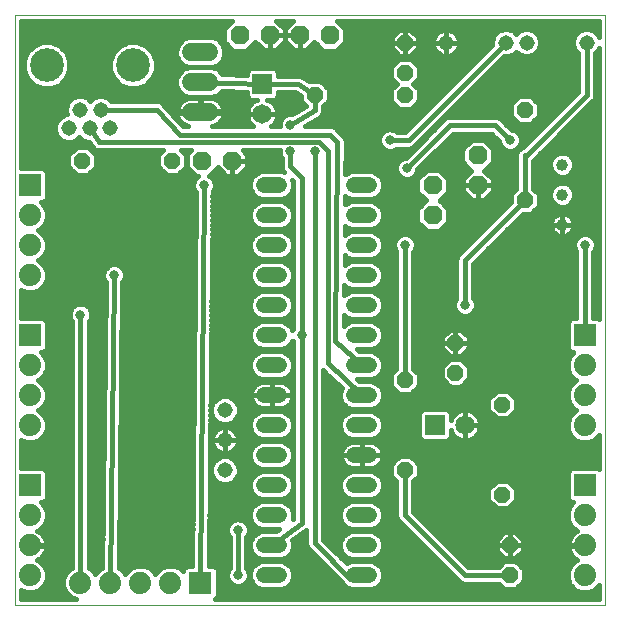
<source format=gbl>
G75*
G70*
%OFA0B0*%
%FSLAX24Y24*%
%IPPOS*%
%LPD*%
%AMOC8*
5,1,8,0,0,1.08239X$1,22.5*
%
%ADD10C,0.0000*%
%ADD11C,0.0520*%
%ADD12OC8,0.0520*%
%ADD13OC8,0.0630*%
%ADD14R,0.0650X0.0650*%
%ADD15C,0.0650*%
%ADD16R,0.0740X0.0740*%
%ADD17C,0.0740*%
%ADD18C,0.0600*%
%ADD19C,0.0515*%
%ADD20C,0.1122*%
%ADD21C,0.0397*%
%ADD22C,0.0160*%
%ADD23C,0.0317*%
D10*
X000181Y000312D02*
X000181Y019997D01*
X019866Y019997D01*
X019866Y000312D01*
X000181Y000312D01*
D11*
X008484Y001312D02*
X009004Y001312D01*
X009004Y002312D02*
X008484Y002312D01*
X008484Y003312D02*
X009004Y003312D01*
X009004Y004312D02*
X008484Y004312D01*
X008484Y005312D02*
X009004Y005312D01*
X009004Y006312D02*
X008484Y006312D01*
X008484Y007312D02*
X009004Y007312D01*
X009004Y008312D02*
X008484Y008312D01*
X008484Y009312D02*
X009004Y009312D01*
X009004Y010312D02*
X008484Y010312D01*
X008484Y011312D02*
X009004Y011312D01*
X009004Y012312D02*
X008484Y012312D01*
X008484Y013312D02*
X009004Y013312D01*
X009004Y014312D02*
X008484Y014312D01*
X011484Y014312D02*
X012004Y014312D01*
X012004Y013312D02*
X011484Y013312D01*
X011484Y012312D02*
X012004Y012312D01*
X012004Y011312D02*
X011484Y011312D01*
X011484Y010312D02*
X012004Y010312D01*
X012004Y009312D02*
X011484Y009312D01*
X011484Y008312D02*
X012004Y008312D01*
X012004Y007312D02*
X011484Y007312D01*
X011484Y006312D02*
X012004Y006312D01*
X012004Y005312D02*
X011484Y005312D01*
X011484Y004312D02*
X012004Y004312D01*
X012004Y003312D02*
X011484Y003312D01*
X011484Y002312D02*
X012004Y002312D01*
X012004Y001312D02*
X011484Y001312D01*
D12*
X013181Y004812D03*
X013181Y007812D03*
X014869Y008062D03*
X014869Y009062D03*
X016431Y007000D03*
X016431Y004000D03*
X016681Y002312D03*
X016681Y001312D03*
X017181Y013812D03*
X017181Y016812D03*
X013181Y017312D03*
X013181Y018062D03*
X013181Y019062D03*
X010181Y017312D03*
X005431Y015125D03*
X002431Y015125D03*
D13*
X006431Y015125D03*
X007431Y015125D03*
X007681Y019312D03*
X008681Y019312D03*
X009681Y019312D03*
X010681Y019312D03*
X015619Y015312D03*
X015619Y014312D03*
X014119Y014312D03*
X014119Y013312D03*
D14*
X008431Y017687D03*
X014181Y006312D03*
D15*
X015181Y006312D03*
X008431Y016687D03*
D16*
X000681Y014312D03*
X000681Y009312D03*
X000681Y004312D03*
X006369Y001062D03*
X019181Y004312D03*
X019181Y009312D03*
D17*
X019181Y008312D03*
X019181Y007312D03*
X019181Y006312D03*
X019181Y003312D03*
X019181Y002312D03*
X019181Y001312D03*
X005369Y001062D03*
X004369Y001062D03*
X003369Y001062D03*
X002369Y001062D03*
X000681Y001312D03*
X000681Y002312D03*
X000681Y003312D03*
X000681Y006312D03*
X000681Y007312D03*
X000681Y008312D03*
X000681Y011312D03*
X000681Y012312D03*
X000681Y013312D03*
D18*
X006069Y016750D02*
X006669Y016750D01*
X006669Y017750D02*
X006069Y017750D01*
X006069Y018750D02*
X006669Y018750D01*
D19*
X003351Y016212D03*
X002681Y016212D03*
X002351Y016832D03*
X001981Y016212D03*
X003041Y016832D03*
X007181Y006812D03*
X007181Y005812D03*
X007181Y004812D03*
X014556Y019062D03*
X016556Y019062D03*
X017244Y019062D03*
X019244Y019062D03*
D20*
X004118Y018312D03*
X001244Y018312D03*
D21*
X018431Y015000D03*
X018431Y014000D03*
X018431Y013000D03*
D22*
X018431Y013000D01*
X018053Y013000D01*
X018053Y013037D01*
X018068Y013110D01*
X018096Y013179D01*
X018137Y013241D01*
X018190Y013294D01*
X018252Y013335D01*
X018321Y013364D01*
X018394Y013378D01*
X018431Y013378D01*
X018431Y013000D01*
X018053Y013000D01*
X018053Y012963D01*
X018068Y012890D01*
X018096Y012821D01*
X018137Y012759D01*
X018190Y012706D01*
X018252Y012665D01*
X018321Y012636D01*
X018394Y012622D01*
X018431Y012622D01*
X018431Y013000D01*
X018432Y013000D01*
X018810Y013000D01*
X018810Y013037D01*
X018795Y013110D01*
X018767Y013179D01*
X018725Y013241D01*
X018673Y013294D01*
X018611Y013335D01*
X018542Y013364D01*
X018469Y013378D01*
X018432Y013378D01*
X018432Y013000D01*
X018432Y013000D01*
X018810Y013000D01*
X018810Y012963D01*
X018795Y012890D01*
X018767Y012821D01*
X018725Y012759D01*
X018673Y012706D01*
X018611Y012665D01*
X018542Y012636D01*
X018469Y012622D01*
X018432Y012622D01*
X018432Y013000D01*
X018431Y013000D01*
X018431Y012996D02*
X018432Y012996D01*
X018431Y013154D02*
X018432Y013154D01*
X018431Y013313D02*
X018432Y013313D01*
X018644Y013313D02*
X019666Y013313D01*
X019666Y013154D02*
X018777Y013154D01*
X018810Y012996D02*
X019666Y012996D01*
X019666Y012837D02*
X018774Y012837D01*
X018632Y012679D02*
X019666Y012679D01*
X019666Y012520D02*
X019480Y012520D01*
X019485Y012515D02*
X019384Y012616D01*
X019253Y012671D01*
X019110Y012671D01*
X018978Y012616D01*
X018878Y012515D01*
X018823Y012384D01*
X018823Y012241D01*
X018878Y012109D01*
X018901Y012086D01*
X018901Y009882D01*
X018729Y009882D01*
X018611Y009765D01*
X018611Y008860D01*
X018729Y008742D01*
X018805Y008742D01*
X018698Y008635D01*
X018611Y008426D01*
X018611Y008199D01*
X018698Y007990D01*
X018859Y007829D01*
X018899Y007812D01*
X018859Y007796D01*
X018698Y007635D01*
X018611Y007426D01*
X018611Y007199D01*
X018698Y006990D01*
X018859Y006829D01*
X018899Y006812D01*
X018859Y006796D01*
X018698Y006635D01*
X018611Y006426D01*
X018611Y006199D01*
X018698Y005990D01*
X018859Y005829D01*
X019068Y005742D01*
X019295Y005742D01*
X019504Y005829D01*
X019665Y005990D01*
X019666Y005994D01*
X019666Y004850D01*
X019634Y004882D01*
X018729Y004882D01*
X018611Y004765D01*
X018611Y003860D01*
X018729Y003742D01*
X018805Y003742D01*
X018698Y003635D01*
X018611Y003426D01*
X018611Y003199D01*
X018698Y002990D01*
X018859Y002829D01*
X018928Y002800D01*
X018893Y002783D01*
X018823Y002732D01*
X018762Y002671D01*
X018711Y002601D01*
X018672Y002524D01*
X018645Y002441D01*
X018631Y002356D01*
X018631Y002332D01*
X019161Y002332D01*
X019161Y002292D01*
X018631Y002292D01*
X018631Y002269D01*
X018645Y002184D01*
X018672Y002101D01*
X018711Y002024D01*
X018762Y001954D01*
X018823Y001893D01*
X018893Y001842D01*
X018928Y001824D01*
X018859Y001796D01*
X018698Y001635D01*
X018611Y001426D01*
X018611Y001199D01*
X018698Y000990D01*
X018859Y000829D01*
X019068Y000742D01*
X019295Y000742D01*
X019504Y000829D01*
X019665Y000990D01*
X019666Y000994D01*
X019666Y000512D01*
X006842Y000512D01*
X006939Y000610D01*
X006939Y001515D01*
X006822Y001632D01*
X006654Y001632D01*
X006772Y014083D01*
X006798Y014109D01*
X006852Y014241D01*
X006852Y014384D01*
X006798Y014515D01*
X006697Y014616D01*
X006664Y014630D01*
X006945Y014911D01*
X007226Y014630D01*
X007431Y014630D01*
X007431Y015125D01*
X007432Y015125D01*
X007926Y015125D01*
X007926Y015330D01*
X007786Y015470D01*
X009011Y015470D01*
X009011Y015366D01*
X009065Y015234D01*
X009089Y015211D01*
X009089Y014993D01*
X009089Y014882D01*
X009132Y014779D01*
X009168Y014742D01*
X009095Y014772D01*
X008392Y014772D01*
X008223Y014702D01*
X008094Y014573D01*
X008024Y014404D01*
X008024Y014221D01*
X008094Y014052D01*
X008223Y013922D01*
X008392Y013852D01*
X009095Y013852D01*
X009264Y013922D01*
X009394Y014052D01*
X009464Y014221D01*
X009464Y014404D01*
X009434Y014477D01*
X009464Y014446D01*
X009464Y009539D01*
X009440Y009515D01*
X009429Y009488D01*
X009394Y009573D01*
X009264Y009702D01*
X009095Y009772D01*
X008392Y009772D01*
X008223Y009702D01*
X008094Y009573D01*
X008024Y009404D01*
X008024Y009221D01*
X008094Y009052D01*
X008223Y008922D01*
X008392Y008852D01*
X009095Y008852D01*
X009264Y008922D01*
X009394Y009052D01*
X009429Y009136D01*
X009440Y009109D01*
X009464Y009086D01*
X009464Y003202D01*
X009453Y003194D01*
X009464Y003221D01*
X009464Y003404D01*
X009394Y003573D01*
X009264Y003702D01*
X009095Y003772D01*
X008392Y003772D01*
X008223Y003702D01*
X008094Y003573D01*
X008024Y003404D01*
X008024Y003221D01*
X008094Y003052D01*
X008223Y002922D01*
X008392Y002852D01*
X008997Y002852D01*
X008891Y002772D01*
X008392Y002772D01*
X008223Y002702D01*
X008094Y002573D01*
X008024Y002404D01*
X008024Y002221D01*
X008094Y002052D01*
X008223Y001922D01*
X008392Y001852D01*
X009095Y001852D01*
X009264Y001922D01*
X009394Y002052D01*
X009464Y002221D01*
X009464Y002404D01*
X009433Y002479D01*
X009884Y002817D01*
X009901Y002825D01*
X009901Y002431D01*
X009901Y002319D01*
X009944Y002216D01*
X011084Y001077D01*
X011094Y001052D01*
X011223Y000922D01*
X011392Y000852D01*
X012095Y000852D01*
X012264Y000922D01*
X012394Y001052D01*
X012464Y001221D01*
X012464Y001404D01*
X012394Y001573D01*
X012264Y001702D01*
X012095Y001772D01*
X011392Y001772D01*
X011242Y001710D01*
X010461Y002491D01*
X010461Y008137D01*
X010464Y008136D01*
X011084Y007550D01*
X011024Y007404D01*
X011024Y007221D01*
X011094Y007052D01*
X011223Y006922D01*
X011392Y006852D01*
X012095Y006852D01*
X012264Y006922D01*
X012394Y007052D01*
X012464Y007221D01*
X012464Y007404D01*
X012394Y007573D01*
X012264Y007702D01*
X012095Y007772D01*
X011665Y007772D01*
X011580Y007852D01*
X012095Y007852D01*
X012264Y007922D01*
X012394Y008052D01*
X012464Y008221D01*
X012464Y008404D01*
X012394Y008573D01*
X012264Y008702D01*
X012095Y008772D01*
X011660Y008772D01*
X011574Y008852D01*
X012095Y008852D01*
X012264Y008922D01*
X012394Y009052D01*
X012464Y009221D01*
X012464Y009404D01*
X012394Y009573D01*
X012264Y009702D01*
X012095Y009772D01*
X011392Y009772D01*
X011223Y009702D01*
X011154Y009633D01*
X011157Y009989D01*
X011223Y009922D01*
X011392Y009852D01*
X012095Y009852D01*
X012264Y009922D01*
X012394Y010052D01*
X012464Y010221D01*
X012464Y010404D01*
X012394Y010573D01*
X012264Y010702D01*
X012095Y010772D01*
X011392Y010772D01*
X011223Y010702D01*
X011164Y010643D01*
X011167Y010979D01*
X011223Y010922D01*
X011392Y010852D01*
X012095Y010852D01*
X012264Y010922D01*
X012394Y011052D01*
X012464Y011221D01*
X012464Y011404D01*
X012394Y011573D01*
X012264Y011702D01*
X012095Y011772D01*
X011392Y011772D01*
X011223Y011702D01*
X011173Y011652D01*
X011176Y011970D01*
X011223Y011922D01*
X011392Y011852D01*
X012095Y011852D01*
X012264Y011922D01*
X012394Y012052D01*
X012464Y012221D01*
X012464Y012404D01*
X012394Y012573D01*
X012264Y012702D01*
X012095Y012772D01*
X011392Y012772D01*
X011223Y012702D01*
X011183Y012662D01*
X011186Y012960D01*
X011223Y012922D01*
X011392Y012852D01*
X012095Y012852D01*
X012264Y012922D01*
X012394Y013052D01*
X012464Y013221D01*
X012464Y013404D01*
X012394Y013573D01*
X012264Y013702D01*
X012095Y013772D01*
X011392Y013772D01*
X011223Y013702D01*
X011193Y013672D01*
X011195Y013951D01*
X011223Y013922D01*
X011392Y013852D01*
X012095Y013852D01*
X012264Y013922D01*
X012394Y014052D01*
X012464Y014221D01*
X012464Y014404D01*
X012394Y014573D01*
X012264Y014702D01*
X012095Y014772D01*
X011392Y014772D01*
X011223Y014702D01*
X011202Y014681D01*
X011211Y015568D01*
X011211Y015569D01*
X011211Y015625D01*
X011212Y015678D01*
X011211Y015679D01*
X011211Y015806D01*
X011169Y015909D01*
X011090Y015987D01*
X010840Y016237D01*
X010737Y016280D01*
X010626Y016280D01*
X010626Y016280D01*
X009850Y016280D01*
X010309Y016562D01*
X010340Y016575D01*
X010356Y016591D01*
X010376Y016603D01*
X010395Y016630D01*
X010419Y016654D01*
X010427Y016675D01*
X010441Y016693D01*
X010449Y016726D01*
X010461Y016757D01*
X010461Y016780D01*
X010467Y016802D01*
X010461Y016835D01*
X010461Y016942D01*
X010641Y017122D01*
X010641Y017503D01*
X010372Y017772D01*
X009996Y017772D01*
X009797Y017905D01*
X009778Y017925D01*
X009751Y017936D01*
X009728Y017951D01*
X009700Y017957D01*
X009675Y017967D01*
X009646Y017967D01*
X009619Y017973D01*
X009591Y017967D01*
X008956Y017967D01*
X008956Y018095D01*
X008839Y018212D01*
X008024Y018212D01*
X007906Y018095D01*
X007906Y017983D01*
X007103Y018008D01*
X007093Y018033D01*
X006952Y018174D01*
X006768Y018250D01*
X006952Y018326D01*
X007093Y018467D01*
X007169Y018650D01*
X007169Y018849D01*
X007093Y019033D01*
X006952Y019174D01*
X006768Y019250D01*
X005969Y019250D01*
X005786Y019174D01*
X005645Y019033D01*
X005569Y018849D01*
X005569Y018650D01*
X005645Y018467D01*
X005786Y018326D01*
X005969Y018250D01*
X006768Y018250D01*
X005969Y018250D01*
X005786Y018174D01*
X005645Y018033D01*
X005569Y017849D01*
X005569Y017650D01*
X005645Y017467D01*
X005786Y017326D01*
X005969Y017250D01*
X006768Y017250D01*
X006952Y017326D01*
X007074Y017448D01*
X007906Y017423D01*
X007906Y017280D01*
X008024Y017162D01*
X008259Y017162D01*
X008238Y017155D01*
X008167Y017119D01*
X008102Y017073D01*
X008046Y017016D01*
X008000Y016952D01*
X007963Y016881D01*
X007939Y016806D01*
X007926Y016727D01*
X007926Y016688D01*
X008431Y016688D01*
X008431Y016687D01*
X007926Y016687D01*
X007926Y016648D01*
X007939Y016569D01*
X007963Y016494D01*
X008000Y016423D01*
X008046Y016358D01*
X008102Y016302D01*
X008133Y016280D01*
X006769Y016280D01*
X006781Y016282D01*
X006853Y016305D01*
X006920Y016339D01*
X006982Y016384D01*
X007035Y016437D01*
X007079Y016498D01*
X007114Y016566D01*
X007137Y016638D01*
X007149Y016712D01*
X007149Y016730D01*
X006389Y016730D01*
X006389Y016770D01*
X007149Y016770D01*
X007149Y016788D01*
X007137Y016862D01*
X007114Y016934D01*
X007079Y017001D01*
X007035Y017063D01*
X006982Y017116D01*
X006920Y017160D01*
X006853Y017195D01*
X006781Y017218D01*
X006707Y017230D01*
X006389Y017230D01*
X006389Y016770D01*
X006349Y016770D01*
X006349Y017230D01*
X006031Y017230D01*
X005956Y017218D01*
X005885Y017195D01*
X005817Y017160D01*
X005756Y017116D01*
X005703Y017063D01*
X005658Y017001D01*
X005624Y016934D01*
X005601Y016862D01*
X005589Y016788D01*
X005589Y016770D01*
X006349Y016770D01*
X006349Y016730D01*
X005589Y016730D01*
X005589Y016712D01*
X005601Y016638D01*
X005624Y016566D01*
X005658Y016498D01*
X005703Y016437D01*
X005756Y016384D01*
X005817Y016339D01*
X005885Y016305D01*
X005956Y016282D01*
X005968Y016280D01*
X005804Y016280D01*
X005171Y016966D01*
X005169Y016971D01*
X005134Y017006D01*
X005099Y017043D01*
X005094Y017046D01*
X005090Y017050D01*
X005070Y017070D01*
X004967Y017112D01*
X004856Y017112D01*
X003408Y017112D01*
X003301Y017220D01*
X003132Y017290D01*
X002950Y017290D01*
X002782Y017220D01*
X002696Y017134D01*
X002611Y017220D01*
X002442Y017290D01*
X002260Y017290D01*
X002092Y017220D01*
X001964Y017092D01*
X001894Y016923D01*
X001894Y016741D01*
X001924Y016670D01*
X001890Y016670D01*
X001722Y016600D01*
X001594Y016472D01*
X001524Y016303D01*
X001524Y016121D01*
X001594Y015953D01*
X001722Y015825D01*
X001890Y015755D01*
X002072Y015755D01*
X002241Y015825D01*
X002331Y015915D01*
X002422Y015825D01*
X002590Y015755D01*
X002653Y015755D01*
X002746Y015617D01*
X002757Y015591D01*
X002777Y015571D01*
X002793Y015547D01*
X002816Y015532D01*
X002835Y015513D01*
X002862Y015502D01*
X002886Y015486D01*
X002913Y015480D01*
X002938Y015470D01*
X002967Y015470D01*
X002995Y015464D01*
X003022Y015470D01*
X005126Y015470D01*
X004971Y015315D01*
X004971Y014934D01*
X005241Y014665D01*
X005622Y014665D01*
X005891Y014934D01*
X005891Y015315D01*
X005737Y015470D01*
X006048Y015470D01*
X005916Y015338D01*
X005916Y014912D01*
X006218Y014610D01*
X006285Y014610D01*
X006190Y014515D01*
X006136Y014384D01*
X006136Y014241D01*
X006190Y014109D01*
X006212Y014088D01*
X006094Y001632D01*
X005916Y001632D01*
X005799Y001515D01*
X005799Y001438D01*
X005692Y001546D01*
X005482Y001632D01*
X005255Y001632D01*
X005046Y001546D01*
X004886Y001385D01*
X004869Y001345D01*
X004852Y001385D01*
X004692Y001546D01*
X004482Y001632D01*
X004255Y001632D01*
X004046Y001546D01*
X003886Y001385D01*
X003869Y001345D01*
X003852Y001385D01*
X003692Y001546D01*
X003655Y001561D01*
X003771Y011083D01*
X003798Y011109D01*
X003852Y011241D01*
X003852Y011384D01*
X003798Y011515D01*
X003697Y011616D01*
X003565Y011671D01*
X003423Y011671D01*
X003291Y011616D01*
X003190Y011515D01*
X003136Y011384D01*
X003136Y011241D01*
X003190Y011109D01*
X003211Y011088D01*
X003095Y001566D01*
X003046Y001546D01*
X002886Y001385D01*
X002869Y001345D01*
X002852Y001385D01*
X002692Y001546D01*
X002649Y001563D01*
X002649Y009773D01*
X002673Y009797D01*
X002727Y009929D01*
X002727Y010071D01*
X002673Y010203D01*
X002572Y010304D01*
X002440Y010358D01*
X002298Y010358D01*
X002166Y010304D01*
X002065Y010203D01*
X002011Y010071D01*
X002011Y009929D01*
X002065Y009797D01*
X002089Y009773D01*
X002089Y001563D01*
X002046Y001546D01*
X001886Y001385D01*
X001799Y001176D01*
X001799Y000949D01*
X001886Y000739D01*
X002046Y000579D01*
X002207Y000512D01*
X000381Y000512D01*
X000381Y000820D01*
X000568Y000742D01*
X000795Y000742D01*
X001004Y000829D01*
X001165Y000990D01*
X001251Y001199D01*
X001251Y001426D01*
X001165Y001635D01*
X001004Y001796D01*
X000935Y001824D01*
X000970Y001842D01*
X001040Y001893D01*
X001101Y001954D01*
X001152Y002024D01*
X001191Y002101D01*
X001218Y002184D01*
X001231Y002269D01*
X001231Y002292D01*
X000702Y002292D01*
X000702Y002332D01*
X001231Y002332D01*
X001231Y002356D01*
X001218Y002441D01*
X001191Y002524D01*
X001152Y002601D01*
X001101Y002671D01*
X001040Y002732D01*
X000970Y002783D01*
X000935Y002800D01*
X001004Y002829D01*
X001165Y002990D01*
X001251Y003199D01*
X001251Y003426D01*
X001165Y003635D01*
X001057Y003742D01*
X001134Y003742D01*
X001251Y003860D01*
X001251Y004765D01*
X001134Y004882D01*
X000381Y004882D01*
X000381Y005820D01*
X000568Y005742D01*
X000795Y005742D01*
X001004Y005829D01*
X001165Y005990D01*
X001251Y006199D01*
X001251Y006426D01*
X001165Y006635D01*
X001004Y006796D01*
X000964Y006812D01*
X001004Y006829D01*
X001165Y006990D01*
X001251Y007199D01*
X001251Y007426D01*
X001165Y007635D01*
X001004Y007796D01*
X000964Y007812D01*
X001004Y007829D01*
X001165Y007990D01*
X001251Y008199D01*
X001251Y008426D01*
X001165Y008635D01*
X001057Y008742D01*
X001134Y008742D01*
X001251Y008860D01*
X001251Y009765D01*
X001134Y009882D01*
X000381Y009882D01*
X000381Y010820D01*
X000568Y010742D01*
X000795Y010742D01*
X001004Y010829D01*
X001165Y010990D01*
X001251Y011199D01*
X001251Y011426D01*
X001165Y011635D01*
X001004Y011796D01*
X000964Y011812D01*
X001004Y011829D01*
X001165Y011990D01*
X001251Y012199D01*
X001251Y012426D01*
X001165Y012635D01*
X001004Y012796D01*
X000964Y012812D01*
X001004Y012829D01*
X001165Y012990D01*
X001251Y013199D01*
X001251Y013426D01*
X001165Y013635D01*
X001057Y013742D01*
X001134Y013742D01*
X001251Y013860D01*
X001251Y014765D01*
X001134Y014882D01*
X000381Y014882D01*
X000381Y019797D01*
X007438Y019797D01*
X007166Y019526D01*
X007166Y019099D01*
X007468Y018797D01*
X007895Y018797D01*
X008196Y019098D01*
X008476Y018817D01*
X008681Y018817D01*
X008681Y019312D01*
X008682Y019312D01*
X008682Y019313D01*
X009176Y019313D01*
X009176Y019517D01*
X008896Y019797D01*
X009466Y019797D01*
X009186Y019517D01*
X009186Y019313D01*
X009681Y019313D01*
X009681Y019312D01*
X009682Y019312D01*
X009682Y018817D01*
X009886Y018817D01*
X010167Y019098D01*
X010468Y018797D01*
X010895Y018797D01*
X011196Y019099D01*
X011196Y019526D01*
X010925Y019797D01*
X019666Y019797D01*
X019666Y019238D01*
X019632Y019322D01*
X019503Y019450D01*
X019335Y019520D01*
X019153Y019520D01*
X018985Y019450D01*
X018856Y019322D01*
X018786Y019153D01*
X018786Y018971D01*
X018856Y018803D01*
X018964Y018695D01*
X018964Y017428D01*
X017128Y015592D01*
X017126Y015592D01*
X017023Y015550D01*
X016944Y015471D01*
X016901Y015368D01*
X016901Y015257D01*
X016901Y014183D01*
X016721Y014003D01*
X016721Y013748D01*
X015023Y012050D01*
X014944Y011971D01*
X014901Y011868D01*
X014901Y010539D01*
X014878Y010515D01*
X014823Y010384D01*
X014823Y010241D01*
X014878Y010109D01*
X014978Y010009D01*
X015110Y009954D01*
X015253Y009954D01*
X015384Y010009D01*
X015485Y010109D01*
X015540Y010241D01*
X015540Y010384D01*
X015485Y010515D01*
X015461Y010539D01*
X015461Y011696D01*
X017117Y013352D01*
X017372Y013352D01*
X017641Y013622D01*
X017641Y014003D01*
X017461Y014183D01*
X017461Y015134D01*
X019403Y017075D01*
X019481Y017154D01*
X019524Y017257D01*
X019524Y018695D01*
X019632Y018803D01*
X019666Y018887D01*
X019666Y009850D01*
X019634Y009882D01*
X019461Y009882D01*
X019461Y012086D01*
X019485Y012109D01*
X019540Y012241D01*
X019540Y012384D01*
X019485Y012515D01*
X019540Y012362D02*
X019666Y012362D01*
X019666Y012203D02*
X019524Y012203D01*
X019461Y012045D02*
X019666Y012045D01*
X019666Y011886D02*
X019461Y011886D01*
X019461Y011728D02*
X019666Y011728D01*
X019666Y011569D02*
X019461Y011569D01*
X019461Y011410D02*
X019666Y011410D01*
X019666Y011252D02*
X019461Y011252D01*
X019461Y011093D02*
X019666Y011093D01*
X019666Y010935D02*
X019461Y010935D01*
X019461Y010776D02*
X019666Y010776D01*
X019666Y010618D02*
X019461Y010618D01*
X019461Y010459D02*
X019666Y010459D01*
X019666Y010301D02*
X019461Y010301D01*
X019461Y010142D02*
X019666Y010142D01*
X019666Y009984D02*
X019461Y009984D01*
X018901Y009984D02*
X015324Y009984D01*
X015499Y010142D02*
X018901Y010142D01*
X018901Y010301D02*
X015540Y010301D01*
X015509Y010459D02*
X018901Y010459D01*
X018901Y010618D02*
X015461Y010618D01*
X015461Y010776D02*
X018901Y010776D01*
X018901Y010935D02*
X015461Y010935D01*
X015461Y011093D02*
X018901Y011093D01*
X018901Y011252D02*
X015461Y011252D01*
X015461Y011410D02*
X018901Y011410D01*
X018901Y011569D02*
X015461Y011569D01*
X015492Y011728D02*
X018901Y011728D01*
X018901Y011886D02*
X015651Y011886D01*
X015810Y012045D02*
X018901Y012045D01*
X018839Y012203D02*
X015968Y012203D01*
X016127Y012362D02*
X018823Y012362D01*
X018882Y012520D02*
X016285Y012520D01*
X016444Y012679D02*
X018231Y012679D01*
X018431Y012679D02*
X018432Y012679D01*
X018431Y012837D02*
X018432Y012837D01*
X018089Y012837D02*
X016602Y012837D01*
X016761Y012996D02*
X018053Y012996D01*
X018086Y013154D02*
X016919Y013154D01*
X017078Y013313D02*
X018219Y013313D01*
X018352Y013602D02*
X018206Y013662D01*
X018094Y013774D01*
X018033Y013921D01*
X018033Y014079D01*
X018094Y014226D01*
X018206Y014338D01*
X018352Y014398D01*
X018511Y014398D01*
X018657Y014338D01*
X018769Y014226D01*
X018830Y014079D01*
X018830Y013921D01*
X018769Y013774D01*
X018657Y013662D01*
X018511Y013602D01*
X018352Y013602D01*
X018283Y013630D02*
X017641Y013630D01*
X017641Y013789D02*
X018088Y013789D01*
X018033Y013947D02*
X017641Y013947D01*
X017539Y014106D02*
X018044Y014106D01*
X018132Y014264D02*
X017461Y014264D01*
X017461Y014423D02*
X019666Y014423D01*
X019666Y014581D02*
X017461Y014581D01*
X017461Y014740D02*
X018128Y014740D01*
X018094Y014774D02*
X018206Y014662D01*
X018352Y014602D01*
X018511Y014602D01*
X018657Y014662D01*
X018769Y014774D01*
X018830Y014921D01*
X018830Y015079D01*
X018769Y015226D01*
X018657Y015338D01*
X018511Y015398D01*
X018352Y015398D01*
X018206Y015338D01*
X018094Y015226D01*
X018033Y015079D01*
X018033Y014921D01*
X018094Y014774D01*
X018042Y014898D02*
X017461Y014898D01*
X017461Y015057D02*
X018033Y015057D01*
X018089Y015216D02*
X017543Y015216D01*
X017701Y015374D02*
X018294Y015374D01*
X018569Y015374D02*
X019666Y015374D01*
X019666Y015216D02*
X018773Y015216D01*
X018830Y015057D02*
X019666Y015057D01*
X019666Y014898D02*
X018821Y014898D01*
X018735Y014740D02*
X019666Y014740D01*
X019666Y014264D02*
X018731Y014264D01*
X018819Y014106D02*
X019666Y014106D01*
X019666Y013947D02*
X018830Y013947D01*
X018775Y013789D02*
X019666Y013789D01*
X019666Y013630D02*
X018580Y013630D01*
X019666Y013472D02*
X017491Y013472D01*
X017181Y013812D02*
X017181Y015312D01*
X017244Y015312D01*
X019244Y017312D01*
X019244Y019062D01*
X018872Y019338D02*
X017616Y019338D01*
X017632Y019322D02*
X017503Y019450D01*
X017335Y019520D01*
X017153Y019520D01*
X016985Y019450D01*
X016900Y019366D01*
X016816Y019450D01*
X016647Y019520D01*
X016465Y019520D01*
X016297Y019450D01*
X016169Y019322D01*
X016099Y019153D01*
X016099Y019001D01*
X013190Y016092D01*
X012908Y016092D01*
X012884Y016116D01*
X012753Y016171D01*
X012610Y016171D01*
X012478Y016116D01*
X012378Y016015D01*
X012323Y015884D01*
X012323Y015741D01*
X012378Y015609D01*
X012478Y015509D01*
X012610Y015454D01*
X012753Y015454D01*
X012884Y015509D01*
X012908Y015532D01*
X013251Y015532D01*
X013362Y015532D01*
X013465Y015575D01*
X016495Y018605D01*
X016647Y018605D01*
X016816Y018675D01*
X016900Y018759D01*
X016985Y018675D01*
X017153Y018605D01*
X017335Y018605D01*
X017503Y018675D01*
X017632Y018803D01*
X017701Y018971D01*
X017701Y019153D01*
X017632Y019322D01*
X017691Y019179D02*
X018797Y019179D01*
X018786Y019021D02*
X017701Y019021D01*
X017656Y018862D02*
X018832Y018862D01*
X018956Y018703D02*
X017532Y018703D01*
X016956Y018703D02*
X016844Y018703D01*
X016435Y018545D02*
X018964Y018545D01*
X018964Y018386D02*
X016276Y018386D01*
X016118Y018228D02*
X018964Y018228D01*
X018964Y018069D02*
X015959Y018069D01*
X015801Y017911D02*
X018964Y017911D01*
X018964Y017752D02*
X015642Y017752D01*
X015484Y017594D02*
X018964Y017594D01*
X018964Y017435D02*
X015325Y017435D01*
X015166Y017277D02*
X018812Y017277D01*
X018654Y017118D02*
X017526Y017118D01*
X017641Y017003D02*
X017372Y017272D01*
X016991Y017272D01*
X016721Y017003D01*
X016721Y016622D01*
X016991Y016352D01*
X017372Y016352D01*
X017641Y016622D01*
X017641Y017003D01*
X017641Y016959D02*
X018495Y016959D01*
X018336Y016801D02*
X017641Y016801D01*
X017641Y016642D02*
X018178Y016642D01*
X018019Y016484D02*
X017503Y016484D01*
X017702Y016167D02*
X016763Y016167D01*
X016753Y016171D02*
X016719Y016171D01*
X016419Y016471D01*
X016340Y016550D01*
X016237Y016592D01*
X014737Y016592D01*
X014626Y016592D01*
X014523Y016550D01*
X013206Y015233D01*
X013173Y015233D01*
X013041Y015179D01*
X012940Y015078D01*
X012886Y014946D01*
X012886Y014804D01*
X012940Y014672D01*
X013041Y014571D01*
X013173Y014517D01*
X013315Y014517D01*
X013447Y014571D01*
X013548Y014672D01*
X013602Y014804D01*
X013602Y014837D01*
X014797Y016032D01*
X016065Y016032D01*
X016323Y015775D01*
X016323Y015741D01*
X016378Y015609D01*
X016478Y015509D01*
X016610Y015454D01*
X016753Y015454D01*
X016884Y015509D01*
X016985Y015609D01*
X017040Y015741D01*
X017040Y015884D01*
X016985Y016015D01*
X016884Y016116D01*
X016753Y016171D01*
X016564Y016325D02*
X017861Y016325D01*
X017544Y016008D02*
X016988Y016008D01*
X017040Y015850D02*
X017385Y015850D01*
X017227Y015691D02*
X017019Y015691D01*
X017006Y015533D02*
X016908Y015533D01*
X016904Y015374D02*
X016134Y015374D01*
X016134Y015526D02*
X015832Y015827D01*
X015406Y015827D01*
X015104Y015526D01*
X015104Y015099D01*
X015405Y014798D01*
X015124Y014517D01*
X015124Y014313D01*
X015619Y014313D01*
X016114Y014313D01*
X016114Y014517D01*
X015833Y014798D01*
X016134Y015099D01*
X016134Y015526D01*
X016127Y015533D02*
X016454Y015533D01*
X016344Y015691D02*
X015968Y015691D01*
X016248Y015850D02*
X014615Y015850D01*
X014773Y016008D02*
X016090Y016008D01*
X016181Y016312D02*
X014681Y016312D01*
X013244Y014875D01*
X013576Y014740D02*
X013818Y014740D01*
X013906Y014827D02*
X013604Y014526D01*
X013604Y014099D01*
X013891Y013812D01*
X013604Y013526D01*
X013604Y013099D01*
X013906Y012797D01*
X014332Y012797D01*
X014634Y013099D01*
X014634Y013526D01*
X014347Y013812D01*
X014634Y014099D01*
X014634Y014526D01*
X014332Y014827D01*
X013906Y014827D01*
X013822Y015057D02*
X015146Y015057D01*
X015104Y015216D02*
X013980Y015216D01*
X014139Y015374D02*
X015104Y015374D01*
X015111Y015533D02*
X014298Y015533D01*
X014456Y015691D02*
X015269Y015691D01*
X015305Y014898D02*
X013663Y014898D01*
X013660Y014581D02*
X013457Y014581D01*
X013604Y014423D02*
X012456Y014423D01*
X012464Y014264D02*
X013604Y014264D01*
X013604Y014106D02*
X012416Y014106D01*
X012289Y013947D02*
X013756Y013947D01*
X013867Y013789D02*
X011194Y013789D01*
X011195Y013947D02*
X011199Y013947D01*
X011203Y014740D02*
X011314Y014740D01*
X011204Y014898D02*
X012886Y014898D01*
X012912Y014740D02*
X012174Y014740D01*
X012385Y014581D02*
X013031Y014581D01*
X012931Y015057D02*
X011206Y015057D01*
X011207Y015216D02*
X013130Y015216D01*
X013347Y015374D02*
X011209Y015374D01*
X011210Y015533D02*
X012454Y015533D01*
X012344Y015691D02*
X011211Y015691D01*
X011193Y015850D02*
X012323Y015850D01*
X012375Y016008D02*
X011069Y016008D01*
X010911Y016167D02*
X012600Y016167D01*
X012763Y016167D02*
X013265Y016167D01*
X013423Y016325D02*
X009924Y016325D01*
X010182Y016484D02*
X013582Y016484D01*
X013740Y016642D02*
X010407Y016642D01*
X010466Y016801D02*
X013899Y016801D01*
X014058Y016959D02*
X013479Y016959D01*
X013372Y016852D02*
X013641Y017122D01*
X013641Y017503D01*
X013457Y017687D01*
X013641Y017872D01*
X013641Y018253D01*
X013372Y018522D01*
X012991Y018522D01*
X012721Y018253D01*
X012721Y017872D01*
X012906Y017687D01*
X012721Y017503D01*
X012721Y017122D01*
X012991Y016852D01*
X013372Y016852D01*
X013638Y017118D02*
X014216Y017118D01*
X014375Y017277D02*
X013641Y017277D01*
X013641Y017435D02*
X014533Y017435D01*
X014692Y017594D02*
X013551Y017594D01*
X013522Y017752D02*
X014850Y017752D01*
X015009Y017911D02*
X013641Y017911D01*
X013641Y018069D02*
X015167Y018069D01*
X015326Y018228D02*
X013641Y018228D01*
X013508Y018386D02*
X015484Y018386D01*
X015643Y018545D02*
X007125Y018545D01*
X007169Y018703D02*
X012918Y018703D01*
X012999Y018622D02*
X012741Y018880D01*
X012741Y019062D01*
X013181Y019062D01*
X013181Y019063D01*
X013181Y019502D01*
X012999Y019502D01*
X012741Y019245D01*
X012741Y019063D01*
X013181Y019063D01*
X013182Y019063D01*
X013182Y019502D01*
X013364Y019502D01*
X013621Y019245D01*
X013621Y019063D01*
X013182Y019063D01*
X013182Y019062D01*
X013621Y019062D01*
X013621Y018880D01*
X013364Y018622D01*
X013182Y018622D01*
X013182Y019062D01*
X013181Y019062D01*
X013181Y018622D01*
X012999Y018622D01*
X013181Y018703D02*
X013182Y018703D01*
X013181Y018862D02*
X013182Y018862D01*
X013181Y019021D02*
X013182Y019021D01*
X013181Y019179D02*
X013182Y019179D01*
X013181Y019338D02*
X013182Y019338D01*
X013181Y019496D02*
X013182Y019496D01*
X013370Y019496D02*
X014499Y019496D01*
X014522Y019500D02*
X014454Y019489D01*
X014388Y019468D01*
X014327Y019437D01*
X014271Y019396D01*
X014223Y019347D01*
X014182Y019292D01*
X014151Y019230D01*
X014130Y019165D01*
X014119Y019097D01*
X014119Y019063D01*
X014556Y019063D01*
X014556Y019500D01*
X014522Y019500D01*
X014556Y019496D02*
X014557Y019496D01*
X014557Y019500D02*
X014591Y019500D01*
X014659Y019489D01*
X014724Y019468D01*
X014786Y019437D01*
X014841Y019396D01*
X014890Y019347D01*
X014931Y019292D01*
X014962Y019230D01*
X014983Y019165D01*
X014994Y019097D01*
X014994Y019063D01*
X014557Y019063D01*
X014557Y019062D01*
X014994Y019062D01*
X014994Y019028D01*
X014983Y018960D01*
X014962Y018894D01*
X014931Y018833D01*
X014890Y018777D01*
X014841Y018729D01*
X014786Y018688D01*
X014724Y018657D01*
X014659Y018636D01*
X014591Y018625D01*
X014557Y018625D01*
X014557Y019062D01*
X014556Y019062D01*
X014556Y018625D01*
X014522Y018625D01*
X014454Y018636D01*
X014388Y018657D01*
X014327Y018688D01*
X014271Y018729D01*
X014223Y018777D01*
X014182Y018833D01*
X014151Y018894D01*
X014130Y018960D01*
X014119Y019028D01*
X014119Y019062D01*
X014556Y019062D01*
X014556Y019063D01*
X014557Y019063D01*
X014557Y019500D01*
X014614Y019496D02*
X016408Y019496D01*
X016185Y019338D02*
X014897Y019338D01*
X014978Y019179D02*
X016110Y019179D01*
X016099Y019021D02*
X014993Y019021D01*
X014945Y018862D02*
X015960Y018862D01*
X015801Y018703D02*
X014807Y018703D01*
X014557Y018703D02*
X014556Y018703D01*
X014556Y018862D02*
X014557Y018862D01*
X014556Y019021D02*
X014557Y019021D01*
X014556Y019179D02*
X014557Y019179D01*
X014556Y019338D02*
X014557Y019338D01*
X014216Y019338D02*
X013528Y019338D01*
X013621Y019179D02*
X014134Y019179D01*
X014120Y019021D02*
X013621Y019021D01*
X013603Y018862D02*
X014168Y018862D01*
X014306Y018703D02*
X013445Y018703D01*
X012855Y018386D02*
X007012Y018386D01*
X006822Y018228D02*
X012721Y018228D01*
X012721Y018069D02*
X008956Y018069D01*
X008431Y017687D02*
X006369Y017750D01*
X005905Y017277D02*
X003165Y017277D01*
X002918Y017277D02*
X002475Y017277D01*
X002228Y017277D02*
X000381Y017277D01*
X000381Y017435D02*
X005677Y017435D01*
X005592Y017594D02*
X004372Y017594D01*
X004270Y017551D02*
X004549Y017667D01*
X004764Y017881D01*
X004879Y018161D01*
X004879Y018464D01*
X004764Y018744D01*
X004549Y018958D01*
X004270Y019073D01*
X003967Y019073D01*
X003687Y018958D01*
X003473Y018744D01*
X003357Y018464D01*
X003357Y018161D01*
X003473Y017881D01*
X003687Y017667D01*
X003967Y017551D01*
X004270Y017551D01*
X003865Y017594D02*
X001498Y017594D01*
X001396Y017551D02*
X001675Y017667D01*
X001890Y017881D01*
X002005Y018161D01*
X002005Y018464D01*
X001890Y018744D01*
X001675Y018958D01*
X001396Y019073D01*
X001093Y019073D01*
X000813Y018958D01*
X000599Y018744D01*
X000483Y018464D01*
X000483Y018161D01*
X000599Y017881D01*
X000813Y017667D01*
X001093Y017551D01*
X001396Y017551D01*
X000991Y017594D02*
X000381Y017594D01*
X000381Y017752D02*
X000728Y017752D01*
X000587Y017911D02*
X000381Y017911D01*
X000381Y018069D02*
X000521Y018069D01*
X000483Y018228D02*
X000381Y018228D01*
X000381Y018386D02*
X000483Y018386D01*
X000517Y018545D02*
X000381Y018545D01*
X000381Y018703D02*
X000583Y018703D01*
X000718Y018862D02*
X000381Y018862D01*
X000381Y019021D02*
X000965Y019021D01*
X001523Y019021D02*
X003839Y019021D01*
X003592Y018862D02*
X001771Y018862D01*
X001906Y018703D02*
X003457Y018703D01*
X003391Y018545D02*
X001972Y018545D01*
X002005Y018386D02*
X003357Y018386D01*
X003357Y018228D02*
X002005Y018228D01*
X001967Y018069D02*
X003395Y018069D01*
X003461Y017911D02*
X001902Y017911D01*
X001760Y017752D02*
X003602Y017752D01*
X003403Y017118D02*
X005759Y017118D01*
X005637Y016959D02*
X005177Y016959D01*
X005090Y017050D02*
X005090Y017050D01*
X004911Y016832D02*
X004931Y016812D01*
X004931Y016812D01*
X005681Y016000D01*
X010681Y016000D01*
X010681Y016000D01*
X010931Y015750D01*
X010931Y015625D01*
X010869Y009125D01*
X011744Y008312D01*
X012233Y008715D02*
X012901Y008715D01*
X012901Y008557D02*
X012401Y008557D01*
X012464Y008398D02*
X012901Y008398D01*
X012901Y008240D02*
X012464Y008240D01*
X012406Y008081D02*
X012800Y008081D01*
X012721Y008003D02*
X012721Y007622D01*
X012991Y007352D01*
X013372Y007352D01*
X013641Y007622D01*
X013641Y008003D01*
X013461Y008183D01*
X013461Y012086D01*
X013485Y012109D01*
X013540Y012241D01*
X013540Y012384D01*
X013485Y012515D01*
X013384Y012616D01*
X013253Y012671D01*
X013110Y012671D01*
X012978Y012616D01*
X012878Y012515D01*
X012823Y012384D01*
X012823Y012241D01*
X012878Y012109D01*
X012901Y012086D01*
X012901Y008183D01*
X012721Y008003D01*
X012721Y007923D02*
X012264Y007923D01*
X012116Y007764D02*
X012721Y007764D01*
X012738Y007605D02*
X012361Y007605D01*
X012446Y007447D02*
X012896Y007447D01*
X012464Y007288D02*
X016069Y007288D01*
X015971Y007190D02*
X016241Y007460D01*
X016622Y007460D01*
X016891Y007190D01*
X016891Y006809D01*
X016622Y006540D01*
X016241Y006540D01*
X015971Y006809D01*
X015971Y007190D01*
X015971Y007130D02*
X012426Y007130D01*
X012313Y006971D02*
X015971Y006971D01*
X015971Y006813D02*
X015251Y006813D01*
X015221Y006817D02*
X015300Y006805D01*
X015375Y006780D01*
X015446Y006744D01*
X015510Y006698D01*
X015567Y006641D01*
X015613Y006577D01*
X015649Y006506D01*
X015674Y006431D01*
X015686Y006352D01*
X015686Y006313D01*
X015182Y006313D01*
X015182Y006312D01*
X015686Y006312D01*
X015686Y006273D01*
X015674Y006194D01*
X015649Y006119D01*
X015613Y006048D01*
X015567Y005983D01*
X015510Y005927D01*
X015446Y005881D01*
X015375Y005844D01*
X015300Y005820D01*
X015221Y005807D01*
X015182Y005807D01*
X015182Y006312D01*
X015181Y006312D01*
X015181Y005807D01*
X015142Y005807D01*
X015063Y005820D01*
X014988Y005844D01*
X014917Y005881D01*
X014852Y005927D01*
X014796Y005983D01*
X014749Y006048D01*
X014713Y006119D01*
X014706Y006140D01*
X014706Y005905D01*
X014589Y005787D01*
X013774Y005787D01*
X013656Y005905D01*
X013656Y006720D01*
X013774Y006837D01*
X014589Y006837D01*
X014706Y006720D01*
X014706Y006484D01*
X014713Y006506D01*
X014749Y006577D01*
X014796Y006641D01*
X014852Y006698D01*
X014917Y006744D01*
X014988Y006780D01*
X015063Y006805D01*
X015142Y006817D01*
X015181Y006817D01*
X015181Y006313D01*
X015182Y006313D01*
X015182Y006817D01*
X015221Y006817D01*
X015182Y006813D02*
X015181Y006813D01*
X015112Y006813D02*
X014614Y006813D01*
X014706Y006654D02*
X014809Y006654D01*
X014710Y006496D02*
X014706Y006496D01*
X015181Y006496D02*
X015182Y006496D01*
X015181Y006654D02*
X015182Y006654D01*
X015181Y006337D02*
X015182Y006337D01*
X015181Y006179D02*
X015182Y006179D01*
X015181Y006020D02*
X015182Y006020D01*
X015181Y005861D02*
X015182Y005861D01*
X015409Y005861D02*
X018826Y005861D01*
X018686Y006020D02*
X015593Y006020D01*
X015669Y006179D02*
X018620Y006179D01*
X018611Y006337D02*
X015686Y006337D01*
X015653Y006496D02*
X018640Y006496D01*
X018717Y006654D02*
X016736Y006654D01*
X016891Y006813D02*
X018898Y006813D01*
X018716Y006971D02*
X016891Y006971D01*
X016891Y007130D02*
X018640Y007130D01*
X018611Y007288D02*
X016794Y007288D01*
X016635Y007447D02*
X018620Y007447D01*
X018686Y007605D02*
X015062Y007605D01*
X015059Y007602D02*
X015329Y007872D01*
X015329Y008253D01*
X015059Y008522D01*
X014678Y008522D01*
X014409Y008253D01*
X014409Y007872D01*
X014678Y007602D01*
X015059Y007602D01*
X015221Y007764D02*
X018827Y007764D01*
X018765Y007923D02*
X015329Y007923D01*
X015329Y008081D02*
X018660Y008081D01*
X018611Y008240D02*
X015329Y008240D01*
X015184Y008398D02*
X018611Y008398D01*
X018666Y008557D02*
X013461Y008557D01*
X013461Y008715D02*
X014594Y008715D01*
X014687Y008622D02*
X014429Y008880D01*
X014429Y009062D01*
X014869Y009062D01*
X014869Y008622D01*
X015051Y008622D01*
X015309Y008880D01*
X015309Y009062D01*
X014869Y009062D01*
X014869Y009062D01*
X014869Y008622D01*
X014687Y008622D01*
X014869Y008715D02*
X014869Y008715D01*
X014869Y008874D02*
X014869Y008874D01*
X014869Y009032D02*
X014869Y009032D01*
X014869Y009062D02*
X014869Y009063D01*
X014869Y009063D01*
X014869Y009502D01*
X015051Y009502D01*
X015309Y009245D01*
X015309Y009063D01*
X014869Y009063D01*
X014869Y009502D01*
X014687Y009502D01*
X014429Y009245D01*
X014429Y009063D01*
X014869Y009063D01*
X014869Y009062D01*
X014869Y009191D02*
X014869Y009191D01*
X014869Y009349D02*
X014869Y009349D01*
X015204Y009349D02*
X018611Y009349D01*
X018611Y009191D02*
X015309Y009191D01*
X015309Y009032D02*
X018611Y009032D01*
X018611Y008874D02*
X015302Y008874D01*
X015144Y008715D02*
X018778Y008715D01*
X019181Y009312D02*
X019181Y012312D01*
X017181Y013812D02*
X015181Y011812D01*
X015181Y010312D01*
X014854Y010459D02*
X013461Y010459D01*
X013461Y010301D02*
X014823Y010301D01*
X014864Y010142D02*
X013461Y010142D01*
X013461Y009984D02*
X015039Y009984D01*
X014901Y010618D02*
X013461Y010618D01*
X013461Y010776D02*
X014901Y010776D01*
X014901Y010935D02*
X013461Y010935D01*
X013461Y011093D02*
X014901Y011093D01*
X014901Y011252D02*
X013461Y011252D01*
X013461Y011410D02*
X014901Y011410D01*
X014901Y011569D02*
X013461Y011569D01*
X013461Y011728D02*
X014901Y011728D01*
X014909Y011886D02*
X013461Y011886D01*
X013461Y012045D02*
X015018Y012045D01*
X015176Y012203D02*
X013524Y012203D01*
X013540Y012362D02*
X015335Y012362D01*
X015493Y012520D02*
X013480Y012520D01*
X013181Y012312D02*
X013181Y007812D01*
X013466Y007447D02*
X016228Y007447D01*
X016127Y006654D02*
X015554Y006654D01*
X014954Y005861D02*
X014663Y005861D01*
X014706Y006020D02*
X014770Y006020D01*
X013700Y005861D02*
X012117Y005861D01*
X012095Y005852D02*
X012264Y005922D01*
X012394Y006052D01*
X012464Y006221D01*
X012464Y006404D01*
X012394Y006573D01*
X012264Y006702D01*
X012095Y006772D01*
X011392Y006772D01*
X011223Y006702D01*
X011094Y006573D01*
X011024Y006404D01*
X011024Y006221D01*
X011094Y006052D01*
X011223Y005922D01*
X011392Y005852D01*
X012095Y005852D01*
X012107Y005742D02*
X012039Y005752D01*
X011744Y005752D01*
X011744Y005313D01*
X011744Y005313D01*
X011744Y005752D01*
X011449Y005752D01*
X011381Y005742D01*
X011315Y005720D01*
X011253Y005689D01*
X011197Y005648D01*
X011148Y005599D01*
X011108Y005543D01*
X011076Y005481D01*
X011055Y005415D01*
X011044Y005347D01*
X011044Y005313D01*
X011743Y005313D01*
X011743Y005312D01*
X011044Y005312D01*
X011044Y005278D01*
X011055Y005209D01*
X011076Y005144D01*
X011108Y005082D01*
X011148Y005026D01*
X011197Y004977D01*
X011253Y004936D01*
X011315Y004905D01*
X011381Y004883D01*
X011449Y004872D01*
X011744Y004872D01*
X012039Y004872D01*
X012107Y004883D01*
X012173Y004905D01*
X012234Y004936D01*
X012291Y004977D01*
X012339Y005026D01*
X012380Y005082D01*
X012412Y005144D01*
X012433Y005209D01*
X012444Y005278D01*
X012444Y005312D01*
X011744Y005312D01*
X011744Y004872D01*
X011744Y005312D01*
X011744Y005312D01*
X011744Y005313D01*
X012444Y005313D01*
X012444Y005347D01*
X012433Y005415D01*
X012412Y005481D01*
X012380Y005543D01*
X012339Y005599D01*
X012291Y005648D01*
X012234Y005689D01*
X012173Y005720D01*
X012107Y005742D01*
X012207Y005703D02*
X019666Y005703D01*
X019666Y005861D02*
X019537Y005861D01*
X019666Y005544D02*
X012379Y005544D01*
X012438Y005386D02*
X019666Y005386D01*
X019666Y005227D02*
X013417Y005227D01*
X013372Y005272D02*
X012991Y005272D01*
X012721Y005003D01*
X012721Y004622D01*
X012901Y004442D01*
X012901Y003368D01*
X012901Y003257D01*
X012944Y003154D01*
X014944Y001154D01*
X015023Y001075D01*
X015126Y001032D01*
X016311Y001032D01*
X016491Y000852D01*
X016872Y000852D01*
X017141Y001122D01*
X017141Y001503D01*
X016872Y001772D01*
X016491Y001772D01*
X016311Y001592D01*
X015297Y001592D01*
X013461Y003428D01*
X013461Y004442D01*
X013641Y004622D01*
X013641Y005003D01*
X013372Y005272D01*
X013576Y005069D02*
X019666Y005069D01*
X019666Y004910D02*
X013641Y004910D01*
X013641Y004752D02*
X018611Y004752D01*
X018611Y004593D02*
X013613Y004593D01*
X013461Y004435D02*
X016216Y004435D01*
X016241Y004460D02*
X015971Y004190D01*
X015971Y003809D01*
X016241Y003540D01*
X016622Y003540D01*
X016891Y003809D01*
X016891Y004190D01*
X016622Y004460D01*
X016241Y004460D01*
X016057Y004276D02*
X013461Y004276D01*
X013461Y004117D02*
X015971Y004117D01*
X015971Y003959D02*
X013461Y003959D01*
X013461Y003800D02*
X015980Y003800D01*
X016139Y003642D02*
X013461Y003642D01*
X013461Y003483D02*
X018635Y003483D01*
X018611Y003325D02*
X013565Y003325D01*
X013724Y003166D02*
X018625Y003166D01*
X018691Y003008D02*
X013882Y003008D01*
X014041Y002849D02*
X018839Y002849D01*
X018782Y002691D02*
X016925Y002691D01*
X016864Y002752D02*
X016682Y002752D01*
X016682Y002313D01*
X016681Y002313D01*
X016681Y002752D01*
X016499Y002752D01*
X016241Y002495D01*
X016241Y002313D01*
X016681Y002313D01*
X016681Y002312D01*
X016241Y002312D01*
X016241Y002130D01*
X016499Y001872D01*
X016681Y001872D01*
X016681Y002312D01*
X016682Y002312D01*
X016682Y002313D01*
X017121Y002313D01*
X017121Y002495D01*
X016864Y002752D01*
X016682Y002691D02*
X016681Y002691D01*
X016681Y002532D02*
X016682Y002532D01*
X016681Y002374D02*
X016682Y002374D01*
X016682Y002312D02*
X017121Y002312D01*
X017121Y002130D01*
X016864Y001872D01*
X016682Y001872D01*
X016682Y002312D01*
X016681Y002215D02*
X016682Y002215D01*
X016681Y002056D02*
X016682Y002056D01*
X016681Y001898D02*
X016682Y001898D01*
X016889Y001898D02*
X018818Y001898D01*
X018802Y001739D02*
X016905Y001739D01*
X017064Y001581D02*
X018676Y001581D01*
X018611Y001422D02*
X017141Y001422D01*
X017141Y001264D02*
X018611Y001264D01*
X018650Y001105D02*
X017125Y001105D01*
X016966Y000947D02*
X018741Y000947D01*
X018958Y000788D02*
X006939Y000788D01*
X006939Y000630D02*
X019666Y000630D01*
X019666Y000788D02*
X019405Y000788D01*
X019622Y000947D02*
X019666Y000947D01*
X018695Y002056D02*
X017048Y002056D01*
X017121Y002215D02*
X018640Y002215D01*
X018634Y002374D02*
X017121Y002374D01*
X017084Y002532D02*
X018676Y002532D01*
X018705Y003642D02*
X016724Y003642D01*
X016882Y003800D02*
X018671Y003800D01*
X018611Y003959D02*
X016891Y003959D01*
X016891Y004117D02*
X018611Y004117D01*
X018611Y004276D02*
X016806Y004276D01*
X016647Y004435D02*
X018611Y004435D01*
X016437Y002691D02*
X014199Y002691D01*
X014358Y002532D02*
X016279Y002532D01*
X016241Y002374D02*
X014516Y002374D01*
X014675Y002215D02*
X016241Y002215D01*
X016315Y002056D02*
X014833Y002056D01*
X014992Y001898D02*
X016474Y001898D01*
X016458Y001739D02*
X015150Y001739D01*
X015181Y001312D02*
X016681Y001312D01*
X016397Y000947D02*
X012289Y000947D01*
X012416Y001105D02*
X014993Y001105D01*
X014834Y001264D02*
X012464Y001264D01*
X012456Y001422D02*
X014676Y001422D01*
X014517Y001581D02*
X012386Y001581D01*
X012175Y001739D02*
X014359Y001739D01*
X014200Y001898D02*
X012205Y001898D01*
X012264Y001922D02*
X012095Y001852D01*
X011392Y001852D01*
X011223Y001922D01*
X011094Y002052D01*
X011024Y002221D01*
X011024Y002404D01*
X011094Y002573D01*
X011223Y002702D01*
X011392Y002772D01*
X012095Y002772D01*
X012264Y002702D01*
X012394Y002573D01*
X012464Y002404D01*
X012464Y002221D01*
X012394Y002052D01*
X012264Y001922D01*
X012396Y002056D02*
X014041Y002056D01*
X013883Y002215D02*
X012461Y002215D01*
X012464Y002374D02*
X013724Y002374D01*
X013566Y002532D02*
X012411Y002532D01*
X012276Y002691D02*
X013407Y002691D01*
X013249Y002849D02*
X010461Y002849D01*
X010461Y002691D02*
X011212Y002691D01*
X011077Y002532D02*
X010461Y002532D01*
X010579Y002374D02*
X011024Y002374D01*
X011026Y002215D02*
X010737Y002215D01*
X010896Y002056D02*
X011092Y002056D01*
X011054Y001898D02*
X011283Y001898D01*
X011313Y001739D02*
X011213Y001739D01*
X011556Y001312D02*
X011744Y001312D01*
X011556Y001312D02*
X011431Y001187D01*
X011369Y001187D01*
X010181Y002375D01*
X010181Y015437D01*
X010306Y015750D02*
X010306Y015750D01*
X002994Y015750D01*
X002681Y016212D01*
X002397Y015850D02*
X002266Y015850D01*
X002241Y015585D02*
X001971Y015315D01*
X001971Y014934D01*
X002241Y014665D01*
X002622Y014665D01*
X002891Y014934D01*
X002891Y015315D01*
X002622Y015585D01*
X002241Y015585D01*
X002189Y015533D02*
X000381Y015533D01*
X000381Y015691D02*
X002696Y015691D01*
X002674Y015533D02*
X002815Y015533D01*
X002833Y015374D02*
X005030Y015374D01*
X004971Y015216D02*
X002891Y015216D01*
X002891Y015057D02*
X004971Y015057D01*
X005007Y014898D02*
X002855Y014898D01*
X002697Y014740D02*
X005166Y014740D01*
X005697Y014740D02*
X006088Y014740D01*
X005930Y014898D02*
X005855Y014898D01*
X005891Y015057D02*
X005916Y015057D01*
X005916Y015216D02*
X005891Y015216D01*
X005833Y015374D02*
X005952Y015374D01*
X006256Y014581D02*
X001251Y014581D01*
X001251Y014423D02*
X006152Y014423D01*
X006136Y014264D02*
X001251Y014264D01*
X001251Y014106D02*
X006194Y014106D01*
X006211Y013947D02*
X001251Y013947D01*
X001180Y013789D02*
X006209Y013789D01*
X006208Y013630D02*
X001167Y013630D01*
X001232Y013472D02*
X006206Y013472D01*
X006205Y013313D02*
X001251Y013313D01*
X001233Y013154D02*
X006203Y013154D01*
X006202Y012996D02*
X001167Y012996D01*
X001012Y012837D02*
X006200Y012837D01*
X006199Y012679D02*
X001121Y012679D01*
X001212Y012520D02*
X006197Y012520D01*
X006196Y012362D02*
X001251Y012362D01*
X001251Y012203D02*
X006194Y012203D01*
X006193Y012045D02*
X001187Y012045D01*
X001061Y011886D02*
X006191Y011886D01*
X006190Y011728D02*
X001072Y011728D01*
X001192Y011569D02*
X003244Y011569D01*
X003147Y011410D02*
X001251Y011410D01*
X001251Y011252D02*
X003136Y011252D01*
X003206Y011093D02*
X001208Y011093D01*
X001110Y010935D02*
X003209Y010935D01*
X003207Y010776D02*
X000877Y010776D01*
X000486Y010776D02*
X000381Y010776D01*
X000381Y010618D02*
X003206Y010618D01*
X003204Y010459D02*
X000381Y010459D01*
X000381Y010301D02*
X002163Y010301D01*
X002040Y010142D02*
X000381Y010142D01*
X000381Y009984D02*
X002011Y009984D01*
X002053Y009825D02*
X001192Y009825D01*
X001251Y009666D02*
X002089Y009666D01*
X002089Y009508D02*
X001251Y009508D01*
X001251Y009349D02*
X002089Y009349D01*
X002089Y009191D02*
X001251Y009191D01*
X001251Y009032D02*
X002089Y009032D01*
X002089Y008874D02*
X001251Y008874D01*
X001085Y008715D02*
X002089Y008715D01*
X002089Y008557D02*
X001197Y008557D01*
X001251Y008398D02*
X002089Y008398D01*
X002089Y008240D02*
X001251Y008240D01*
X001203Y008081D02*
X002089Y008081D01*
X002089Y007923D02*
X001098Y007923D01*
X001036Y007764D02*
X002089Y007764D01*
X002089Y007605D02*
X001177Y007605D01*
X001243Y007447D02*
X002089Y007447D01*
X002089Y007288D02*
X001251Y007288D01*
X001223Y007130D02*
X002089Y007130D01*
X002089Y006971D02*
X001146Y006971D01*
X000964Y006813D02*
X002089Y006813D01*
X002089Y006654D02*
X001146Y006654D01*
X001222Y006496D02*
X002089Y006496D01*
X002089Y006337D02*
X001251Y006337D01*
X001243Y006179D02*
X002089Y006179D01*
X002089Y006020D02*
X001177Y006020D01*
X001037Y005861D02*
X002089Y005861D01*
X002089Y005703D02*
X000381Y005703D01*
X000381Y005544D02*
X002089Y005544D01*
X002089Y005386D02*
X000381Y005386D01*
X000381Y005227D02*
X002089Y005227D01*
X002089Y005069D02*
X000381Y005069D01*
X000381Y004910D02*
X002089Y004910D01*
X002089Y004752D02*
X001251Y004752D01*
X001251Y004593D02*
X002089Y004593D01*
X002089Y004435D02*
X001251Y004435D01*
X001251Y004276D02*
X002089Y004276D01*
X002089Y004117D02*
X001251Y004117D01*
X001251Y003959D02*
X002089Y003959D01*
X002089Y003800D02*
X001192Y003800D01*
X001158Y003642D02*
X002089Y003642D01*
X002089Y003483D02*
X001228Y003483D01*
X001251Y003325D02*
X002089Y003325D01*
X002089Y003166D02*
X001238Y003166D01*
X001172Y003008D02*
X002089Y003008D01*
X002089Y002849D02*
X001024Y002849D01*
X001081Y002691D02*
X002089Y002691D01*
X002089Y002532D02*
X001187Y002532D01*
X001229Y002374D02*
X002089Y002374D01*
X002089Y002215D02*
X001223Y002215D01*
X001168Y002056D02*
X002089Y002056D01*
X002089Y001898D02*
X001045Y001898D01*
X001061Y001739D02*
X002089Y001739D01*
X002089Y001581D02*
X001187Y001581D01*
X001251Y001422D02*
X001923Y001422D01*
X001835Y001264D02*
X001251Y001264D01*
X001212Y001105D02*
X001799Y001105D01*
X001800Y000947D02*
X001122Y000947D01*
X000905Y000788D02*
X001866Y000788D01*
X001996Y000630D02*
X000381Y000630D01*
X000381Y000788D02*
X000458Y000788D01*
X002369Y001062D02*
X002369Y010000D01*
X002698Y010142D02*
X003200Y010142D01*
X003198Y009984D02*
X002727Y009984D01*
X002684Y009825D02*
X003196Y009825D01*
X003194Y009666D02*
X002649Y009666D01*
X002649Y009508D02*
X003192Y009508D01*
X003190Y009349D02*
X002649Y009349D01*
X002649Y009191D02*
X003188Y009191D01*
X003186Y009032D02*
X002649Y009032D01*
X002649Y008874D02*
X003184Y008874D01*
X003182Y008715D02*
X002649Y008715D01*
X002649Y008557D02*
X003180Y008557D01*
X003178Y008398D02*
X002649Y008398D01*
X002649Y008240D02*
X003176Y008240D01*
X003175Y008081D02*
X002649Y008081D01*
X002649Y007923D02*
X003173Y007923D01*
X003171Y007764D02*
X002649Y007764D01*
X002649Y007605D02*
X003169Y007605D01*
X003167Y007447D02*
X002649Y007447D01*
X002649Y007288D02*
X003165Y007288D01*
X003163Y007130D02*
X002649Y007130D01*
X002649Y006971D02*
X003161Y006971D01*
X003159Y006813D02*
X002649Y006813D01*
X002649Y006654D02*
X003157Y006654D01*
X003155Y006496D02*
X002649Y006496D01*
X002649Y006337D02*
X003153Y006337D01*
X003151Y006179D02*
X002649Y006179D01*
X002649Y006020D02*
X003149Y006020D01*
X003147Y005861D02*
X002649Y005861D01*
X002649Y005703D02*
X003146Y005703D01*
X003144Y005544D02*
X002649Y005544D01*
X002649Y005386D02*
X003142Y005386D01*
X003140Y005227D02*
X002649Y005227D01*
X002649Y005069D02*
X003138Y005069D01*
X003136Y004910D02*
X002649Y004910D01*
X002649Y004752D02*
X003134Y004752D01*
X003132Y004593D02*
X002649Y004593D01*
X002649Y004435D02*
X003130Y004435D01*
X003128Y004276D02*
X002649Y004276D01*
X002649Y004117D02*
X003126Y004117D01*
X003124Y003959D02*
X002649Y003959D01*
X002649Y003800D02*
X003122Y003800D01*
X003120Y003642D02*
X002649Y003642D01*
X002649Y003483D02*
X003118Y003483D01*
X003117Y003325D02*
X002649Y003325D01*
X002649Y003166D02*
X003115Y003166D01*
X003113Y003008D02*
X002649Y003008D01*
X002649Y002849D02*
X003111Y002849D01*
X003109Y002691D02*
X002649Y002691D01*
X002649Y002532D02*
X003107Y002532D01*
X003105Y002374D02*
X002649Y002374D01*
X002649Y002215D02*
X003103Y002215D01*
X003101Y002056D02*
X002649Y002056D01*
X002649Y001898D02*
X003099Y001898D01*
X003097Y001739D02*
X002649Y001739D01*
X002649Y001581D02*
X003095Y001581D01*
X002923Y001422D02*
X002815Y001422D01*
X003369Y001062D02*
X003494Y011312D01*
X003744Y011569D02*
X006188Y011569D01*
X006187Y011410D02*
X003841Y011410D01*
X003852Y011252D02*
X006185Y011252D01*
X006184Y011093D02*
X003782Y011093D01*
X003769Y010935D02*
X006182Y010935D01*
X006181Y010776D02*
X003767Y010776D01*
X003765Y010618D02*
X006179Y010618D01*
X006178Y010459D02*
X003763Y010459D01*
X003762Y010301D02*
X006176Y010301D01*
X006175Y010142D02*
X003760Y010142D01*
X003758Y009984D02*
X006173Y009984D01*
X006172Y009825D02*
X003756Y009825D01*
X003754Y009666D02*
X006170Y009666D01*
X006169Y009508D02*
X003752Y009508D01*
X003750Y009349D02*
X006167Y009349D01*
X006166Y009191D02*
X003748Y009191D01*
X003746Y009032D02*
X006164Y009032D01*
X006163Y008874D02*
X003744Y008874D01*
X003742Y008715D02*
X006161Y008715D01*
X006160Y008557D02*
X003740Y008557D01*
X003738Y008398D02*
X006158Y008398D01*
X006157Y008240D02*
X003736Y008240D01*
X003734Y008081D02*
X006155Y008081D01*
X006154Y007923D02*
X003733Y007923D01*
X003731Y007764D02*
X006152Y007764D01*
X006151Y007605D02*
X003729Y007605D01*
X003727Y007447D02*
X006149Y007447D01*
X006148Y007288D02*
X003725Y007288D01*
X003723Y007130D02*
X006146Y007130D01*
X006145Y006971D02*
X003721Y006971D01*
X003719Y006813D02*
X006143Y006813D01*
X006142Y006654D02*
X003717Y006654D01*
X003715Y006496D02*
X006140Y006496D01*
X006139Y006337D02*
X003713Y006337D01*
X003711Y006179D02*
X006137Y006179D01*
X006136Y006020D02*
X003709Y006020D01*
X003707Y005861D02*
X006134Y005861D01*
X006133Y005703D02*
X003705Y005703D01*
X003704Y005544D02*
X006131Y005544D01*
X006130Y005386D02*
X003702Y005386D01*
X003700Y005227D02*
X006128Y005227D01*
X006127Y005069D02*
X003698Y005069D01*
X003696Y004910D02*
X006125Y004910D01*
X006124Y004752D02*
X003694Y004752D01*
X003692Y004593D02*
X006122Y004593D01*
X006121Y004435D02*
X003690Y004435D01*
X003688Y004276D02*
X006119Y004276D01*
X006118Y004117D02*
X003686Y004117D01*
X003684Y003959D02*
X006116Y003959D01*
X006115Y003800D02*
X003682Y003800D01*
X003680Y003642D02*
X006113Y003642D01*
X006112Y003483D02*
X003678Y003483D01*
X003676Y003325D02*
X006110Y003325D01*
X006109Y003166D02*
X003674Y003166D01*
X003673Y003008D02*
X006107Y003008D01*
X006106Y002849D02*
X003671Y002849D01*
X003669Y002691D02*
X006104Y002691D01*
X006103Y002532D02*
X003667Y002532D01*
X003665Y002374D02*
X006101Y002374D01*
X006100Y002215D02*
X003663Y002215D01*
X003661Y002056D02*
X006098Y002056D01*
X006097Y001898D02*
X003659Y001898D01*
X003657Y001739D02*
X006095Y001739D01*
X005864Y001581D02*
X005607Y001581D01*
X005131Y001581D02*
X004607Y001581D01*
X004815Y001422D02*
X004923Y001422D01*
X004131Y001581D02*
X003655Y001581D01*
X003815Y001422D02*
X003923Y001422D01*
X006369Y001062D02*
X006494Y014312D01*
X006794Y014106D02*
X008072Y014106D01*
X008024Y014264D02*
X006852Y014264D01*
X006836Y014423D02*
X008032Y014423D01*
X008102Y014581D02*
X006732Y014581D01*
X006775Y014740D02*
X007116Y014740D01*
X006958Y014898D02*
X006933Y014898D01*
X007431Y014898D02*
X007432Y014898D01*
X007431Y014740D02*
X007432Y014740D01*
X007432Y014630D02*
X007636Y014630D01*
X007926Y014920D01*
X007926Y015125D01*
X007432Y015125D01*
X007432Y015125D01*
X007432Y014630D01*
X007746Y014740D02*
X008314Y014740D01*
X007905Y014898D02*
X009089Y014898D01*
X009089Y015057D02*
X007926Y015057D01*
X007926Y015216D02*
X009084Y015216D01*
X009011Y015374D02*
X007882Y015374D01*
X007432Y015057D02*
X007431Y015057D01*
X006770Y013947D02*
X008199Y013947D01*
X008223Y013702D02*
X008392Y013772D01*
X009095Y013772D01*
X009264Y013702D01*
X009394Y013573D01*
X009464Y013404D01*
X009464Y013221D01*
X009394Y013052D01*
X009264Y012922D01*
X009095Y012852D01*
X008392Y012852D01*
X008223Y012922D01*
X008094Y013052D01*
X008024Y013221D01*
X008024Y013404D01*
X008094Y013573D01*
X008223Y013702D01*
X008151Y013630D02*
X006767Y013630D01*
X006766Y013472D02*
X008052Y013472D01*
X008024Y013313D02*
X006764Y013313D01*
X006763Y013154D02*
X008051Y013154D01*
X008150Y012996D02*
X006761Y012996D01*
X006760Y012837D02*
X009464Y012837D01*
X009464Y012679D02*
X009288Y012679D01*
X009264Y012702D02*
X009095Y012772D01*
X008392Y012772D01*
X008223Y012702D01*
X008094Y012573D01*
X008024Y012404D01*
X008024Y012221D01*
X008094Y012052D01*
X008223Y011922D01*
X008392Y011852D01*
X009095Y011852D01*
X009264Y011922D01*
X009394Y012052D01*
X009464Y012221D01*
X009464Y012404D01*
X009394Y012573D01*
X009264Y012702D01*
X009416Y012520D02*
X009464Y012520D01*
X009464Y012362D02*
X009464Y012362D01*
X009456Y012203D02*
X009464Y012203D01*
X009464Y012045D02*
X009387Y012045D01*
X009464Y011886D02*
X009177Y011886D01*
X009095Y011772D02*
X009264Y011702D01*
X009394Y011573D01*
X009464Y011404D01*
X009464Y011221D01*
X009394Y011052D01*
X009264Y010922D01*
X009095Y010852D01*
X008392Y010852D01*
X008223Y010922D01*
X008094Y011052D01*
X008024Y011221D01*
X008024Y011404D01*
X008094Y011573D01*
X008223Y011702D01*
X008392Y011772D01*
X009095Y011772D01*
X009204Y011728D02*
X009464Y011728D01*
X009464Y011569D02*
X009395Y011569D01*
X009461Y011410D02*
X009464Y011410D01*
X009464Y011252D02*
X009464Y011252D01*
X009464Y011093D02*
X009411Y011093D01*
X009464Y010935D02*
X009277Y010935D01*
X009264Y010702D02*
X009095Y010772D01*
X008392Y010772D01*
X008223Y010702D01*
X008094Y010573D01*
X008024Y010404D01*
X008024Y010221D01*
X008094Y010052D01*
X008223Y009922D01*
X008392Y009852D01*
X009095Y009852D01*
X009264Y009922D01*
X009394Y010052D01*
X009464Y010221D01*
X009464Y010404D01*
X009394Y010573D01*
X009264Y010702D01*
X009349Y010618D02*
X009464Y010618D01*
X009464Y010776D02*
X006741Y010776D01*
X006739Y010618D02*
X008139Y010618D01*
X008047Y010459D02*
X006738Y010459D01*
X006736Y010301D02*
X008024Y010301D01*
X008057Y010142D02*
X006735Y010142D01*
X006733Y009984D02*
X008162Y009984D01*
X008187Y009666D02*
X006730Y009666D01*
X006729Y009508D02*
X008067Y009508D01*
X008024Y009349D02*
X006727Y009349D01*
X006726Y009191D02*
X008036Y009191D01*
X008113Y009032D02*
X006724Y009032D01*
X006723Y008874D02*
X008341Y008874D01*
X008392Y008772D02*
X008223Y008702D01*
X008094Y008573D01*
X008024Y008404D01*
X008024Y008221D01*
X008094Y008052D01*
X008223Y007922D01*
X008223Y007923D02*
X006714Y007923D01*
X006715Y008081D02*
X008082Y008081D01*
X008024Y008240D02*
X006717Y008240D01*
X006718Y008398D02*
X008024Y008398D01*
X008087Y008557D02*
X006720Y008557D01*
X006721Y008715D02*
X008254Y008715D01*
X008392Y008772D02*
X009095Y008772D01*
X009264Y008702D01*
X009394Y008573D01*
X009464Y008404D01*
X009464Y008221D01*
X009394Y008052D01*
X009264Y007922D01*
X009095Y007852D01*
X008392Y007852D01*
X008223Y007922D01*
X008315Y007720D02*
X008253Y007689D01*
X008197Y007648D01*
X008148Y007599D01*
X008108Y007543D01*
X008076Y007481D01*
X008055Y007415D01*
X008044Y007347D01*
X008044Y007313D01*
X008743Y007313D01*
X008743Y007312D01*
X008044Y007312D01*
X008044Y007278D01*
X008055Y007209D01*
X008076Y007144D01*
X008108Y007082D01*
X008148Y007026D01*
X008197Y006977D01*
X008253Y006936D01*
X008315Y006905D01*
X008381Y006883D01*
X008449Y006872D01*
X008744Y006872D01*
X009039Y006872D01*
X009107Y006883D01*
X009173Y006905D01*
X009234Y006936D01*
X009291Y006977D01*
X009339Y007026D01*
X009380Y007082D01*
X009412Y007144D01*
X009433Y007209D01*
X009444Y007278D01*
X009444Y007312D01*
X008744Y007312D01*
X008744Y006872D01*
X008744Y007312D01*
X008744Y007312D01*
X008744Y007313D01*
X008744Y007313D01*
X008744Y007752D01*
X009039Y007752D01*
X009107Y007742D01*
X009173Y007720D01*
X009234Y007689D01*
X009291Y007648D01*
X009339Y007599D01*
X009380Y007543D01*
X009412Y007481D01*
X009433Y007415D01*
X009444Y007347D01*
X009444Y007313D01*
X008744Y007313D01*
X008744Y007752D01*
X008449Y007752D01*
X008381Y007742D01*
X008315Y007720D01*
X008155Y007605D02*
X006711Y007605D01*
X006709Y007447D02*
X008065Y007447D01*
X008044Y007288D02*
X006708Y007288D01*
X006706Y007130D02*
X006852Y007130D01*
X006794Y007072D02*
X006922Y007200D01*
X007090Y007270D01*
X007272Y007270D01*
X007441Y007200D01*
X007569Y007072D01*
X007639Y006903D01*
X007639Y006721D01*
X007569Y006553D01*
X007441Y006425D01*
X007272Y006355D01*
X007090Y006355D01*
X006922Y006425D01*
X006794Y006553D01*
X006724Y006721D01*
X006724Y006903D01*
X006794Y007072D01*
X006752Y006971D02*
X006705Y006971D01*
X006703Y006813D02*
X006724Y006813D01*
X006702Y006654D02*
X006752Y006654D01*
X006700Y006496D02*
X006851Y006496D01*
X006699Y006337D02*
X008024Y006337D01*
X008024Y006404D02*
X008024Y006221D01*
X008094Y006052D01*
X008223Y005922D01*
X008392Y005852D01*
X009095Y005852D01*
X009264Y005922D01*
X009394Y006052D01*
X009464Y006221D01*
X009464Y006404D01*
X009394Y006573D01*
X009264Y006702D01*
X009095Y006772D01*
X008392Y006772D01*
X008223Y006702D01*
X008094Y006573D01*
X008024Y006404D01*
X008062Y006496D02*
X007512Y006496D01*
X007611Y006654D02*
X008175Y006654D01*
X008205Y006971D02*
X007611Y006971D01*
X007639Y006813D02*
X009464Y006813D01*
X009464Y006971D02*
X009283Y006971D01*
X009405Y007130D02*
X009464Y007130D01*
X009464Y007288D02*
X009444Y007288D01*
X009423Y007447D02*
X009464Y007447D01*
X009464Y007605D02*
X009333Y007605D01*
X009464Y007764D02*
X006712Y007764D01*
X007511Y007130D02*
X008083Y007130D01*
X008744Y007130D02*
X008744Y007130D01*
X008744Y007288D02*
X008744Y007288D01*
X008744Y007447D02*
X008744Y007447D01*
X008744Y007605D02*
X008744Y007605D01*
X009264Y007923D02*
X009464Y007923D01*
X009464Y008081D02*
X009406Y008081D01*
X009464Y008240D02*
X009464Y008240D01*
X009464Y008398D02*
X009464Y008398D01*
X009464Y008557D02*
X009401Y008557D01*
X009464Y008715D02*
X009233Y008715D01*
X009147Y008874D02*
X009464Y008874D01*
X009464Y009032D02*
X009374Y009032D01*
X009744Y009312D02*
X009744Y014562D01*
X009369Y014937D01*
X009369Y015437D01*
X009369Y016312D02*
X010181Y016812D01*
X010181Y017312D01*
X009619Y017687D01*
X008431Y017687D01*
X008604Y017162D02*
X008839Y017162D01*
X008956Y017280D01*
X008956Y017407D01*
X009534Y017407D01*
X009721Y017283D01*
X009721Y017122D01*
X009885Y016959D01*
X009417Y016671D01*
X009298Y016671D01*
X009166Y016616D01*
X009065Y016515D01*
X009011Y016384D01*
X009011Y016280D01*
X008730Y016280D01*
X008760Y016302D01*
X008817Y016358D01*
X008863Y016423D01*
X008899Y016494D01*
X008924Y016569D01*
X008936Y016648D01*
X008936Y016687D01*
X008432Y016687D01*
X008432Y016688D01*
X008936Y016688D01*
X008936Y016727D01*
X008924Y016806D01*
X008899Y016881D01*
X008863Y016952D01*
X008817Y017016D01*
X008760Y017073D01*
X008696Y017119D01*
X008625Y017155D01*
X008604Y017162D01*
X008698Y017118D02*
X009725Y017118D01*
X009721Y017277D02*
X008953Y017277D01*
X008858Y016959D02*
X009884Y016959D01*
X009629Y016801D02*
X008925Y016801D01*
X008936Y016642D02*
X009229Y016642D01*
X009052Y016484D02*
X008894Y016484D01*
X008784Y016325D02*
X009011Y016325D01*
X008079Y016325D02*
X006893Y016325D01*
X007069Y016484D02*
X007968Y016484D01*
X007927Y016642D02*
X007138Y016642D01*
X007147Y016801D02*
X007938Y016801D01*
X008005Y016959D02*
X007101Y016959D01*
X006979Y017118D02*
X008165Y017118D01*
X007909Y017277D02*
X006833Y017277D01*
X007061Y017435D02*
X007514Y017435D01*
X007906Y018069D02*
X007057Y018069D01*
X007164Y018862D02*
X007404Y018862D01*
X007245Y019021D02*
X007098Y019021D01*
X007166Y019179D02*
X006939Y019179D01*
X007166Y019338D02*
X000381Y019338D01*
X000381Y019496D02*
X007166Y019496D01*
X007295Y019655D02*
X000381Y019655D01*
X000381Y019179D02*
X005798Y019179D01*
X005640Y019021D02*
X004397Y019021D01*
X004645Y018862D02*
X005574Y018862D01*
X005569Y018703D02*
X004780Y018703D01*
X004846Y018545D02*
X005613Y018545D01*
X005725Y018386D02*
X004879Y018386D01*
X004879Y018228D02*
X005916Y018228D01*
X005681Y018069D02*
X004841Y018069D01*
X004776Y017911D02*
X005594Y017911D01*
X005569Y017752D02*
X004634Y017752D01*
X004911Y016832D02*
X003041Y016832D01*
X001990Y017118D02*
X000381Y017118D01*
X000381Y016959D02*
X001909Y016959D01*
X001894Y016801D02*
X000381Y016801D01*
X000381Y016642D02*
X001824Y016642D01*
X001606Y016484D02*
X000381Y016484D01*
X000381Y016325D02*
X001533Y016325D01*
X001524Y016167D02*
X000381Y016167D01*
X000381Y016008D02*
X001571Y016008D01*
X001697Y015850D02*
X000381Y015850D01*
X000381Y015374D02*
X002030Y015374D01*
X001971Y015216D02*
X000381Y015216D01*
X000381Y015057D02*
X001971Y015057D01*
X002007Y014898D02*
X000381Y014898D01*
X001251Y014740D02*
X002166Y014740D01*
X005323Y016801D02*
X005591Y016801D01*
X005600Y016642D02*
X005469Y016642D01*
X005616Y016484D02*
X005669Y016484D01*
X005762Y016325D02*
X005845Y016325D01*
X006349Y016801D02*
X006389Y016801D01*
X006389Y016959D02*
X006349Y016959D01*
X006349Y017118D02*
X006389Y017118D01*
X007959Y018862D02*
X008432Y018862D01*
X008273Y019021D02*
X008118Y019021D01*
X008681Y019021D02*
X008682Y019021D01*
X008681Y019179D02*
X008682Y019179D01*
X008682Y019312D02*
X008682Y018817D01*
X008886Y018817D01*
X009176Y019107D01*
X009176Y019312D01*
X008682Y019312D01*
X008681Y018862D02*
X008682Y018862D01*
X008931Y018862D02*
X009432Y018862D01*
X009476Y018817D02*
X009681Y018817D01*
X009681Y019312D01*
X009186Y019312D01*
X009186Y019107D01*
X009476Y018817D01*
X009681Y018862D02*
X009682Y018862D01*
X009681Y019021D02*
X009682Y019021D01*
X009681Y019179D02*
X009682Y019179D01*
X009931Y018862D02*
X010404Y018862D01*
X010245Y019021D02*
X010090Y019021D01*
X009273Y019021D02*
X009090Y019021D01*
X009176Y019179D02*
X009186Y019179D01*
X009176Y019338D02*
X009186Y019338D01*
X009176Y019496D02*
X009186Y019496D01*
X009324Y019655D02*
X009039Y019655D01*
X009792Y017911D02*
X012721Y017911D01*
X012841Y017752D02*
X010392Y017752D01*
X010551Y017594D02*
X012812Y017594D01*
X012721Y017435D02*
X010641Y017435D01*
X010641Y017277D02*
X012721Y017277D01*
X012725Y017118D02*
X010638Y017118D01*
X010479Y016959D02*
X012884Y016959D01*
X013898Y016008D02*
X013981Y016008D01*
X014057Y016167D02*
X014140Y016167D01*
X014215Y016325D02*
X014298Y016325D01*
X014374Y016484D02*
X014457Y016484D01*
X014532Y016642D02*
X016721Y016642D01*
X016721Y016801D02*
X014691Y016801D01*
X014849Y016959D02*
X016721Y016959D01*
X016836Y017118D02*
X015008Y017118D01*
X016181Y016312D02*
X016681Y015812D01*
X016901Y015216D02*
X016134Y015216D01*
X016092Y015057D02*
X016901Y015057D01*
X016901Y014898D02*
X015933Y014898D01*
X015891Y014740D02*
X016901Y014740D01*
X016901Y014581D02*
X016050Y014581D01*
X016114Y014423D02*
X016901Y014423D01*
X016901Y014264D02*
X016114Y014264D01*
X016114Y014312D02*
X015619Y014312D01*
X015619Y013817D01*
X015824Y013817D01*
X016114Y014107D01*
X016114Y014312D01*
X016112Y014106D02*
X016824Y014106D01*
X016721Y013947D02*
X015954Y013947D01*
X015619Y013947D02*
X015619Y013947D01*
X015619Y013817D02*
X015414Y013817D01*
X015124Y014107D01*
X015124Y014312D01*
X015619Y014312D01*
X015619Y014312D01*
X015619Y013817D01*
X015619Y014106D02*
X015619Y014106D01*
X015619Y014264D02*
X015619Y014264D01*
X015619Y014312D02*
X015619Y014313D01*
X015619Y014312D01*
X015284Y013947D02*
X014482Y013947D01*
X014371Y013789D02*
X016721Y013789D01*
X016603Y013630D02*
X014529Y013630D01*
X014634Y013472D02*
X016445Y013472D01*
X016286Y013313D02*
X014634Y013313D01*
X014634Y013154D02*
X016127Y013154D01*
X015969Y012996D02*
X014531Y012996D01*
X014372Y012837D02*
X015810Y012837D01*
X015652Y012679D02*
X012288Y012679D01*
X012416Y012520D02*
X012882Y012520D01*
X012823Y012362D02*
X012464Y012362D01*
X012456Y012203D02*
X012839Y012203D01*
X012901Y012045D02*
X012387Y012045D01*
X012177Y011886D02*
X012901Y011886D01*
X012901Y011728D02*
X012204Y011728D01*
X012395Y011569D02*
X012901Y011569D01*
X012901Y011410D02*
X012461Y011410D01*
X012464Y011252D02*
X012901Y011252D01*
X012901Y011093D02*
X012411Y011093D01*
X012277Y010935D02*
X012901Y010935D01*
X012901Y010776D02*
X011165Y010776D01*
X011166Y010935D02*
X011211Y010935D01*
X011174Y011728D02*
X011284Y011728D01*
X011311Y011886D02*
X011175Y011886D01*
X011183Y012679D02*
X011200Y012679D01*
X011185Y012837D02*
X013866Y012837D01*
X013707Y012996D02*
X012338Y012996D01*
X012436Y013154D02*
X013604Y013154D01*
X013604Y013313D02*
X012464Y013313D01*
X012436Y013472D02*
X013604Y013472D01*
X013708Y013630D02*
X012337Y013630D01*
X013362Y015533D02*
X013506Y015533D01*
X013581Y015691D02*
X013664Y015691D01*
X013740Y015850D02*
X013823Y015850D01*
X013306Y015812D02*
X016556Y019062D01*
X016705Y019496D02*
X017096Y019496D01*
X017392Y019496D02*
X019096Y019496D01*
X019392Y019496D02*
X019666Y019496D01*
X019666Y019338D02*
X019616Y019338D01*
X019666Y019655D02*
X011067Y019655D01*
X011196Y019496D02*
X012993Y019496D01*
X012834Y019338D02*
X011196Y019338D01*
X011196Y019179D02*
X012741Y019179D01*
X012741Y019021D02*
X011118Y019021D01*
X010959Y018862D02*
X012760Y018862D01*
X012681Y015812D02*
X013306Y015812D01*
X014420Y014740D02*
X015346Y014740D01*
X015188Y014581D02*
X014578Y014581D01*
X014634Y014423D02*
X015124Y014423D01*
X015124Y014264D02*
X014634Y014264D01*
X014634Y014106D02*
X015126Y014106D01*
X016406Y016484D02*
X016859Y016484D01*
X017860Y015533D02*
X019666Y015533D01*
X019666Y015691D02*
X018019Y015691D01*
X018177Y015850D02*
X019666Y015850D01*
X019666Y016008D02*
X018336Y016008D01*
X018494Y016167D02*
X019666Y016167D01*
X019666Y016325D02*
X018653Y016325D01*
X018811Y016484D02*
X019666Y016484D01*
X019666Y016642D02*
X018970Y016642D01*
X019128Y016801D02*
X019666Y016801D01*
X019666Y016959D02*
X019287Y016959D01*
X019445Y017118D02*
X019666Y017118D01*
X019666Y017277D02*
X019524Y017277D01*
X019524Y017435D02*
X019666Y017435D01*
X019666Y017594D02*
X019524Y017594D01*
X019524Y017752D02*
X019666Y017752D01*
X019666Y017911D02*
X019524Y017911D01*
X019524Y018069D02*
X019666Y018069D01*
X019666Y018228D02*
X019524Y018228D01*
X019524Y018386D02*
X019666Y018386D01*
X019666Y018545D02*
X019524Y018545D01*
X019532Y018703D02*
X019666Y018703D01*
X019656Y018862D02*
X019666Y018862D01*
X012901Y010618D02*
X012349Y010618D01*
X012441Y010459D02*
X012901Y010459D01*
X012901Y010301D02*
X012464Y010301D01*
X012431Y010142D02*
X012901Y010142D01*
X012901Y009984D02*
X012326Y009984D01*
X012300Y009666D02*
X012901Y009666D01*
X012901Y009508D02*
X012421Y009508D01*
X012464Y009349D02*
X012901Y009349D01*
X012901Y009191D02*
X012451Y009191D01*
X012374Y009032D02*
X012901Y009032D01*
X012901Y008874D02*
X012147Y008874D01*
X012901Y009825D02*
X011156Y009825D01*
X011154Y009666D02*
X011187Y009666D01*
X011162Y009984D02*
X011157Y009984D01*
X009744Y009312D02*
X009744Y003062D01*
X008744Y002312D01*
X009205Y001898D02*
X010263Y001898D01*
X010421Y001739D02*
X009175Y001739D01*
X009095Y001772D02*
X009264Y001702D01*
X009394Y001573D01*
X009464Y001404D01*
X009464Y001221D01*
X009394Y001052D01*
X009264Y000922D01*
X009095Y000852D01*
X008392Y000852D01*
X008223Y000922D01*
X008094Y001052D01*
X008024Y001221D01*
X008024Y001404D01*
X008094Y001573D01*
X008223Y001702D01*
X008392Y001772D01*
X009095Y001772D01*
X009386Y001581D02*
X010580Y001581D01*
X010738Y001422D02*
X009456Y001422D01*
X009464Y001264D02*
X010897Y001264D01*
X011055Y001105D02*
X009416Y001105D01*
X009289Y000947D02*
X011199Y000947D01*
X010104Y002056D02*
X009396Y002056D01*
X009461Y002215D02*
X009945Y002215D01*
X009901Y002374D02*
X009464Y002374D01*
X009503Y002532D02*
X009901Y002532D01*
X009901Y002691D02*
X009715Y002691D01*
X009464Y003325D02*
X009464Y003325D01*
X009464Y003483D02*
X009431Y003483D01*
X009464Y003642D02*
X009325Y003642D01*
X009464Y003800D02*
X006675Y003800D01*
X006673Y003642D02*
X008163Y003642D01*
X008057Y003483D02*
X006672Y003483D01*
X006670Y003325D02*
X008024Y003325D01*
X008047Y003166D02*
X007701Y003166D01*
X007690Y003171D02*
X007548Y003171D01*
X007416Y003116D01*
X007315Y003015D01*
X007261Y002884D01*
X007261Y002741D01*
X007315Y002609D01*
X007339Y002586D01*
X007339Y001539D01*
X007315Y001515D01*
X007261Y001384D01*
X007261Y001241D01*
X007315Y001109D01*
X007416Y001009D01*
X007548Y000954D01*
X007690Y000954D01*
X007822Y001009D01*
X007923Y001109D01*
X007977Y001241D01*
X007977Y001384D01*
X007923Y001515D01*
X007899Y001539D01*
X007899Y002586D01*
X007923Y002609D01*
X007977Y002741D01*
X007977Y002884D01*
X007923Y003015D01*
X007822Y003116D01*
X007690Y003171D01*
X007536Y003166D02*
X006669Y003166D01*
X006667Y003008D02*
X007312Y003008D01*
X007261Y002849D02*
X006666Y002849D01*
X006664Y002691D02*
X007281Y002691D01*
X007339Y002532D02*
X006663Y002532D01*
X006661Y002374D02*
X007339Y002374D01*
X007339Y002215D02*
X006660Y002215D01*
X006658Y002056D02*
X007339Y002056D01*
X007339Y001898D02*
X006657Y001898D01*
X006655Y001739D02*
X007339Y001739D01*
X007339Y001581D02*
X006873Y001581D01*
X006939Y001422D02*
X007276Y001422D01*
X007261Y001264D02*
X006939Y001264D01*
X006939Y001105D02*
X007319Y001105D01*
X007619Y001312D02*
X007619Y002812D01*
X007956Y002691D02*
X008212Y002691D01*
X008077Y002532D02*
X007899Y002532D01*
X007899Y002374D02*
X008024Y002374D01*
X008026Y002215D02*
X007899Y002215D01*
X007899Y002056D02*
X008092Y002056D01*
X008283Y001898D02*
X007899Y001898D01*
X007899Y001739D02*
X008313Y001739D01*
X008102Y001581D02*
X007899Y001581D01*
X007961Y001422D02*
X008031Y001422D01*
X008024Y001264D02*
X007977Y001264D01*
X007919Y001105D02*
X008072Y001105D01*
X008199Y000947D02*
X006939Y000947D01*
X007977Y002849D02*
X008993Y002849D01*
X008138Y003008D02*
X007926Y003008D01*
X008223Y003922D02*
X008392Y003852D01*
X009095Y003852D01*
X009264Y003922D01*
X009394Y004052D01*
X009464Y004221D01*
X009464Y004404D01*
X009394Y004573D01*
X009264Y004702D01*
X009095Y004772D01*
X008392Y004772D01*
X008223Y004702D01*
X008094Y004573D01*
X008024Y004404D01*
X008024Y004221D01*
X008094Y004052D01*
X008223Y003922D01*
X008187Y003959D02*
X006676Y003959D01*
X006678Y004117D02*
X008067Y004117D01*
X008024Y004276D02*
X006679Y004276D01*
X006681Y004435D02*
X006912Y004435D01*
X006922Y004425D02*
X007090Y004355D01*
X007272Y004355D01*
X007441Y004425D01*
X007569Y004553D01*
X007639Y004721D01*
X007639Y004903D01*
X007569Y005072D01*
X007441Y005200D01*
X007272Y005270D01*
X007090Y005270D01*
X006922Y005200D01*
X006794Y005072D01*
X006724Y004903D01*
X006724Y004721D01*
X006794Y004553D01*
X006922Y004425D01*
X006777Y004593D02*
X006682Y004593D01*
X006684Y004752D02*
X006724Y004752D01*
X006727Y004910D02*
X006685Y004910D01*
X006687Y005069D02*
X006792Y005069D01*
X006688Y005227D02*
X006988Y005227D01*
X007013Y005407D02*
X007079Y005386D01*
X007147Y005375D01*
X007181Y005375D01*
X007181Y005812D01*
X006744Y005812D01*
X006744Y005778D01*
X006755Y005710D01*
X006776Y005644D01*
X006807Y005583D01*
X006848Y005527D01*
X006896Y005479D01*
X006952Y005438D01*
X007013Y005407D01*
X007079Y005386D02*
X006690Y005386D01*
X006691Y005544D02*
X006835Y005544D01*
X006757Y005703D02*
X006693Y005703D01*
X006744Y005813D02*
X007181Y005813D01*
X007181Y006250D01*
X007147Y006250D01*
X007079Y006239D01*
X007013Y006218D01*
X006952Y006187D01*
X006896Y006146D01*
X006848Y006097D01*
X006807Y006042D01*
X006776Y005980D01*
X006755Y005915D01*
X006744Y005847D01*
X006744Y005813D01*
X006746Y005861D02*
X006694Y005861D01*
X006696Y006020D02*
X006796Y006020D01*
X006697Y006179D02*
X006941Y006179D01*
X007181Y006179D02*
X007182Y006179D01*
X007182Y006250D02*
X007182Y005813D01*
X007181Y005813D01*
X007181Y005812D01*
X007182Y005812D01*
X007182Y005813D01*
X007619Y005813D01*
X007619Y005847D01*
X007608Y005915D01*
X007587Y005980D01*
X007556Y006042D01*
X007515Y006097D01*
X007466Y006146D01*
X007411Y006187D01*
X007349Y006218D01*
X007284Y006239D01*
X007216Y006250D01*
X007182Y006250D01*
X007181Y006020D02*
X007182Y006020D01*
X007181Y005861D02*
X007182Y005861D01*
X007182Y005812D02*
X007619Y005812D01*
X007619Y005778D01*
X007608Y005710D01*
X007587Y005644D01*
X007556Y005583D01*
X007515Y005527D01*
X007466Y005479D01*
X007411Y005438D01*
X007349Y005407D01*
X007284Y005386D01*
X008024Y005386D01*
X008024Y005404D02*
X008024Y005221D01*
X008094Y005052D01*
X008223Y004922D01*
X008392Y004852D01*
X009095Y004852D01*
X009264Y004922D01*
X009394Y005052D01*
X009464Y005221D01*
X009464Y005404D01*
X009394Y005573D01*
X009264Y005702D01*
X009095Y005772D01*
X008392Y005772D01*
X008223Y005702D01*
X008094Y005573D01*
X008024Y005404D01*
X008082Y005544D02*
X007527Y005544D01*
X007606Y005703D02*
X008225Y005703D01*
X008371Y005861D02*
X007617Y005861D01*
X007567Y006020D02*
X008126Y006020D01*
X008041Y006179D02*
X007422Y006179D01*
X007182Y005812D02*
X007182Y005375D01*
X007216Y005375D01*
X007284Y005386D01*
X007182Y005386D02*
X007181Y005386D01*
X007181Y005544D02*
X007182Y005544D01*
X007181Y005703D02*
X007182Y005703D01*
X007375Y005227D02*
X008024Y005227D01*
X008087Y005069D02*
X007570Y005069D01*
X007636Y004910D02*
X008253Y004910D01*
X008342Y004752D02*
X007639Y004752D01*
X007586Y004593D02*
X008114Y004593D01*
X008037Y004435D02*
X007451Y004435D01*
X009146Y004752D02*
X009464Y004752D01*
X009464Y004910D02*
X009235Y004910D01*
X009401Y005069D02*
X009464Y005069D01*
X009464Y005227D02*
X009464Y005227D01*
X009464Y005386D02*
X009464Y005386D01*
X009464Y005544D02*
X009406Y005544D01*
X009464Y005703D02*
X009263Y005703D01*
X009117Y005861D02*
X009464Y005861D01*
X009464Y006020D02*
X009362Y006020D01*
X009446Y006179D02*
X009464Y006179D01*
X009464Y006337D02*
X009464Y006337D01*
X009464Y006496D02*
X009426Y006496D01*
X009464Y006654D02*
X009313Y006654D01*
X008744Y006971D02*
X008744Y006971D01*
X010461Y006971D02*
X011175Y006971D01*
X011062Y007130D02*
X010461Y007130D01*
X010461Y007288D02*
X011024Y007288D01*
X011042Y007447D02*
X010461Y007447D01*
X010461Y007605D02*
X011026Y007605D01*
X010858Y007764D02*
X010461Y007764D01*
X010461Y007923D02*
X010690Y007923D01*
X010522Y008081D02*
X010461Y008081D01*
X010619Y008375D02*
X010619Y015312D01*
X010619Y015438D01*
X010306Y015750D01*
X009464Y014423D02*
X009456Y014423D01*
X009464Y014264D02*
X009464Y014264D01*
X009464Y014106D02*
X009416Y014106D01*
X009464Y013947D02*
X009289Y013947D01*
X009464Y013789D02*
X006769Y013789D01*
X006758Y012679D02*
X008200Y012679D01*
X008072Y012520D02*
X006757Y012520D01*
X006755Y012362D02*
X008024Y012362D01*
X008031Y012203D02*
X006754Y012203D01*
X006752Y012045D02*
X008101Y012045D01*
X008311Y011886D02*
X006751Y011886D01*
X006749Y011728D02*
X008284Y011728D01*
X008092Y011569D02*
X006748Y011569D01*
X006746Y011410D02*
X008027Y011410D01*
X008024Y011252D02*
X006745Y011252D01*
X006744Y011093D02*
X008077Y011093D01*
X008211Y010935D02*
X006742Y010935D01*
X006732Y009825D02*
X009464Y009825D01*
X009464Y009666D02*
X009300Y009666D01*
X009421Y009508D02*
X009437Y009508D01*
X009464Y009984D02*
X009326Y009984D01*
X009431Y010142D02*
X009464Y010142D01*
X009464Y010301D02*
X009464Y010301D01*
X009464Y010459D02*
X009441Y010459D01*
X010619Y008375D02*
X011744Y007312D01*
X012313Y006654D02*
X013656Y006654D01*
X013656Y006496D02*
X012426Y006496D01*
X012464Y006337D02*
X013656Y006337D01*
X013656Y006179D02*
X012446Y006179D01*
X012362Y006020D02*
X013656Y006020D01*
X013749Y006813D02*
X010461Y006813D01*
X010461Y006654D02*
X011175Y006654D01*
X011062Y006496D02*
X010461Y006496D01*
X010461Y006337D02*
X011024Y006337D01*
X011041Y006179D02*
X010461Y006179D01*
X010461Y006020D02*
X011126Y006020D01*
X011371Y005861D02*
X010461Y005861D01*
X010461Y005703D02*
X011281Y005703D01*
X011109Y005544D02*
X010461Y005544D01*
X010461Y005386D02*
X011050Y005386D01*
X011052Y005227D02*
X010461Y005227D01*
X010461Y005069D02*
X011117Y005069D01*
X011304Y004910D02*
X010461Y004910D01*
X010461Y004752D02*
X011342Y004752D01*
X011392Y004772D02*
X011223Y004702D01*
X011094Y004573D01*
X011024Y004404D01*
X011024Y004221D01*
X011094Y004052D01*
X011223Y003922D01*
X011392Y003852D01*
X012095Y003852D01*
X012264Y003922D01*
X012394Y004052D01*
X012464Y004221D01*
X012464Y004404D01*
X012394Y004573D01*
X012264Y004702D01*
X012095Y004772D01*
X011392Y004772D01*
X011114Y004593D02*
X010461Y004593D01*
X010461Y004435D02*
X011037Y004435D01*
X011024Y004276D02*
X010461Y004276D01*
X010461Y004117D02*
X011067Y004117D01*
X011187Y003959D02*
X010461Y003959D01*
X010461Y003800D02*
X012901Y003800D01*
X012901Y003642D02*
X012325Y003642D01*
X012264Y003702D02*
X012095Y003772D01*
X011392Y003772D01*
X011223Y003702D01*
X011094Y003573D01*
X011024Y003404D01*
X011024Y003221D01*
X011094Y003052D01*
X011223Y002922D01*
X011392Y002852D01*
X012095Y002852D01*
X012264Y002922D01*
X012394Y003052D01*
X012464Y003221D01*
X012464Y003404D01*
X012394Y003573D01*
X012264Y003702D01*
X012301Y003959D02*
X012901Y003959D01*
X012901Y004117D02*
X012421Y004117D01*
X012464Y004276D02*
X012901Y004276D01*
X012901Y004435D02*
X012451Y004435D01*
X012374Y004593D02*
X012750Y004593D01*
X012721Y004752D02*
X012146Y004752D01*
X012184Y004910D02*
X012721Y004910D01*
X012787Y005069D02*
X012371Y005069D01*
X012436Y005227D02*
X012946Y005227D01*
X013181Y004812D02*
X013181Y003312D01*
X015181Y001312D01*
X013090Y003008D02*
X012350Y003008D01*
X012441Y003166D02*
X012939Y003166D01*
X012901Y003325D02*
X012464Y003325D01*
X012431Y003483D02*
X012901Y003483D01*
X011744Y004910D02*
X011744Y004910D01*
X011744Y005069D02*
X011744Y005069D01*
X011744Y005227D02*
X011744Y005227D01*
X011744Y005386D02*
X011744Y005386D01*
X011744Y005544D02*
X011744Y005544D01*
X011744Y005703D02*
X011744Y005703D01*
X013625Y007605D02*
X014675Y007605D01*
X014517Y007764D02*
X013641Y007764D01*
X013641Y007923D02*
X014409Y007923D01*
X014409Y008081D02*
X013563Y008081D01*
X013461Y008240D02*
X014409Y008240D01*
X014554Y008398D02*
X013461Y008398D01*
X013461Y008874D02*
X014435Y008874D01*
X014429Y009032D02*
X013461Y009032D01*
X013461Y009191D02*
X014429Y009191D01*
X014534Y009349D02*
X013461Y009349D01*
X013461Y009508D02*
X018611Y009508D01*
X018611Y009666D02*
X013461Y009666D01*
X013461Y009825D02*
X018671Y009825D01*
X011163Y003642D02*
X010461Y003642D01*
X010461Y003483D02*
X011057Y003483D01*
X011024Y003325D02*
X010461Y003325D01*
X010461Y003166D02*
X011047Y003166D01*
X011138Y003008D02*
X010461Y003008D01*
X009464Y003959D02*
X009301Y003959D01*
X009421Y004117D02*
X009464Y004117D01*
X009464Y004276D02*
X009464Y004276D01*
X009451Y004435D02*
X009464Y004435D01*
X009464Y004593D02*
X009374Y004593D01*
X003202Y010301D02*
X002575Y010301D01*
X009338Y012996D02*
X009464Y012996D01*
X009464Y013154D02*
X009436Y013154D01*
X009464Y013313D02*
X009464Y013313D01*
X009464Y013472D02*
X009436Y013472D01*
X009464Y013630D02*
X009337Y013630D01*
D23*
X009369Y015437D03*
X010181Y015437D03*
X009369Y016312D03*
X006494Y014312D03*
X003494Y011312D03*
X002369Y010000D03*
X007619Y002812D03*
X007619Y001312D03*
X009744Y009312D03*
X013181Y012312D03*
X015181Y010312D03*
X019181Y012312D03*
X016681Y015812D03*
X013244Y014875D03*
X012681Y015812D03*
M02*

</source>
